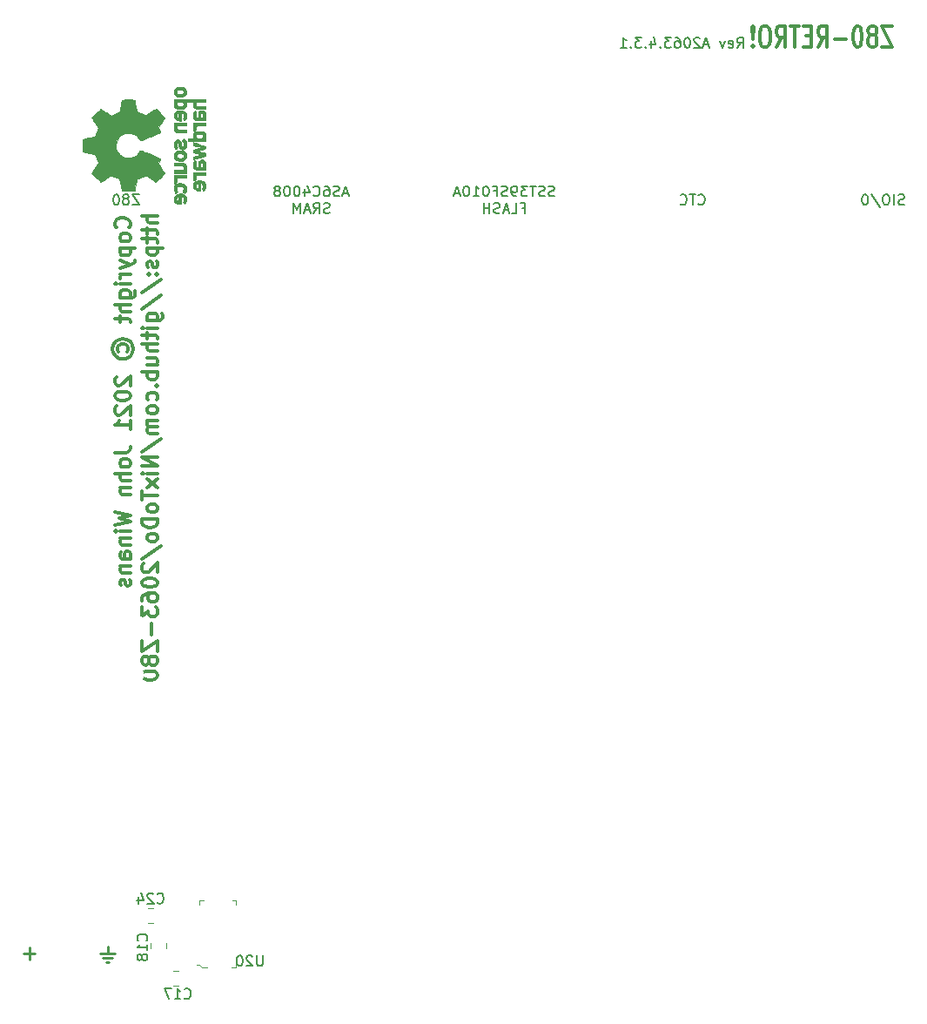
<source format=gbo>
G04 #@! TF.GenerationSoftware,KiCad,Pcbnew,(5.1.4)-1*
G04 #@! TF.CreationDate,2022-11-23T08:34:33+01:00*
G04 #@! TF.ProjectId,2063-Z80,32303633-2d5a-4383-902e-6b696361645f,4.3*
G04 #@! TF.SameCoordinates,Original*
G04 #@! TF.FileFunction,Legend,Bot*
G04 #@! TF.FilePolarity,Positive*
%FSLAX46Y46*%
G04 Gerber Fmt 4.6, Leading zero omitted, Abs format (unit mm)*
G04 Created by KiCad (PCBNEW (5.1.4)-1) date 2022-11-23 08:34:33*
%MOMM*%
%LPD*%
G04 APERTURE LIST*
%ADD10C,0.317500*%
%ADD11C,0.228600*%
%ADD12C,0.150000*%
%ADD13C,0.300000*%
%ADD14C,0.120000*%
%ADD15C,0.010000*%
%ADD16C,0.100000*%
%ADD17O,1.800000X1.800000*%
%ADD18R,1.800000X1.800000*%
%ADD19O,1.500000X1.500000*%
%ADD20C,1.500000*%
%ADD21R,1.700000X1.700000*%
%ADD22O,1.700000X1.700000*%
%ADD23C,1.250000*%
%ADD24C,1.700000*%
%ADD25C,1.275000*%
%ADD26R,1.400000X1.400000*%
%ADD27C,1.400000*%
%ADD28R,2.300000X3.900000*%
%ADD29R,2.300000X1.600000*%
%ADD30C,4.700000*%
%ADD31O,1.800000X2.800000*%
%ADD32O,1.200000X1.750000*%
%ADD33C,1.900000*%
%ADD34R,1.900000X1.900000*%
%ADD35C,2.300000*%
%ADD36R,2.300000X2.300000*%
G04 APERTURE END LIST*
D10*
X191160400Y-50652438D02*
X190144400Y-50652438D01*
X191160400Y-52684438D01*
X190144400Y-52684438D01*
X189346114Y-51523295D02*
X189491257Y-51426533D01*
X189563828Y-51329771D01*
X189636400Y-51136247D01*
X189636400Y-51039485D01*
X189563828Y-50845961D01*
X189491257Y-50749200D01*
X189346114Y-50652438D01*
X189055828Y-50652438D01*
X188910685Y-50749200D01*
X188838114Y-50845961D01*
X188765542Y-51039485D01*
X188765542Y-51136247D01*
X188838114Y-51329771D01*
X188910685Y-51426533D01*
X189055828Y-51523295D01*
X189346114Y-51523295D01*
X189491257Y-51620057D01*
X189563828Y-51716819D01*
X189636400Y-51910342D01*
X189636400Y-52297390D01*
X189563828Y-52490914D01*
X189491257Y-52587676D01*
X189346114Y-52684438D01*
X189055828Y-52684438D01*
X188910685Y-52587676D01*
X188838114Y-52490914D01*
X188765542Y-52297390D01*
X188765542Y-51910342D01*
X188838114Y-51716819D01*
X188910685Y-51620057D01*
X189055828Y-51523295D01*
X187822114Y-50652438D02*
X187676971Y-50652438D01*
X187531828Y-50749200D01*
X187459257Y-50845961D01*
X187386685Y-51039485D01*
X187314114Y-51426533D01*
X187314114Y-51910342D01*
X187386685Y-52297390D01*
X187459257Y-52490914D01*
X187531828Y-52587676D01*
X187676971Y-52684438D01*
X187822114Y-52684438D01*
X187967257Y-52587676D01*
X188039828Y-52490914D01*
X188112400Y-52297390D01*
X188184971Y-51910342D01*
X188184971Y-51426533D01*
X188112400Y-51039485D01*
X188039828Y-50845961D01*
X187967257Y-50749200D01*
X187822114Y-50652438D01*
X186660971Y-51910342D02*
X185499828Y-51910342D01*
X183903257Y-52684438D02*
X184411257Y-51716819D01*
X184774114Y-52684438D02*
X184774114Y-50652438D01*
X184193542Y-50652438D01*
X184048400Y-50749200D01*
X183975828Y-50845961D01*
X183903257Y-51039485D01*
X183903257Y-51329771D01*
X183975828Y-51523295D01*
X184048400Y-51620057D01*
X184193542Y-51716819D01*
X184774114Y-51716819D01*
X183250114Y-51620057D02*
X182742114Y-51620057D01*
X182524400Y-52684438D02*
X183250114Y-52684438D01*
X183250114Y-50652438D01*
X182524400Y-50652438D01*
X182088971Y-50652438D02*
X181218114Y-50652438D01*
X181653542Y-52684438D02*
X181653542Y-50652438D01*
X179839257Y-52684438D02*
X180347257Y-51716819D01*
X180710114Y-52684438D02*
X180710114Y-50652438D01*
X180129542Y-50652438D01*
X179984400Y-50749200D01*
X179911828Y-50845961D01*
X179839257Y-51039485D01*
X179839257Y-51329771D01*
X179911828Y-51523295D01*
X179984400Y-51620057D01*
X180129542Y-51716819D01*
X180710114Y-51716819D01*
X178895828Y-50652438D02*
X178605542Y-50652438D01*
X178460400Y-50749200D01*
X178315257Y-50942723D01*
X178242685Y-51329771D01*
X178242685Y-52007104D01*
X178315257Y-52394152D01*
X178460400Y-52587676D01*
X178605542Y-52684438D01*
X178895828Y-52684438D01*
X179040971Y-52587676D01*
X179186114Y-52394152D01*
X179258685Y-52007104D01*
X179258685Y-51329771D01*
X179186114Y-50942723D01*
X179040971Y-50749200D01*
X178895828Y-50652438D01*
X177589542Y-52490914D02*
X177516971Y-52587676D01*
X177589542Y-52684438D01*
X177662114Y-52587676D01*
X177589542Y-52490914D01*
X177589542Y-52684438D01*
X177589542Y-51910342D02*
X177662114Y-50749200D01*
X177589542Y-50652438D01*
X177516971Y-50749200D01*
X177589542Y-51910342D01*
X177589542Y-50652438D01*
D11*
X107768571Y-140824857D02*
X106607428Y-140824857D01*
X107188000Y-141405428D02*
X107188000Y-140244285D01*
D12*
X176045142Y-52750980D02*
X176378476Y-52274790D01*
X176616571Y-52750980D02*
X176616571Y-51750980D01*
X176235619Y-51750980D01*
X176140380Y-51798600D01*
X176092761Y-51846219D01*
X176045142Y-51941457D01*
X176045142Y-52084314D01*
X176092761Y-52179552D01*
X176140380Y-52227171D01*
X176235619Y-52274790D01*
X176616571Y-52274790D01*
X175235619Y-52703361D02*
X175330857Y-52750980D01*
X175521333Y-52750980D01*
X175616571Y-52703361D01*
X175664190Y-52608123D01*
X175664190Y-52227171D01*
X175616571Y-52131933D01*
X175521333Y-52084314D01*
X175330857Y-52084314D01*
X175235619Y-52131933D01*
X175188000Y-52227171D01*
X175188000Y-52322409D01*
X175664190Y-52417647D01*
X174854666Y-52084314D02*
X174616571Y-52750980D01*
X174378476Y-52084314D01*
X173283238Y-52465266D02*
X172807047Y-52465266D01*
X173378476Y-52750980D02*
X173045142Y-51750980D01*
X172711809Y-52750980D01*
X172426095Y-51846219D02*
X172378476Y-51798600D01*
X172283238Y-51750980D01*
X172045142Y-51750980D01*
X171949904Y-51798600D01*
X171902285Y-51846219D01*
X171854666Y-51941457D01*
X171854666Y-52036695D01*
X171902285Y-52179552D01*
X172473714Y-52750980D01*
X171854666Y-52750980D01*
X171235619Y-51750980D02*
X171140380Y-51750980D01*
X171045142Y-51798600D01*
X170997523Y-51846219D01*
X170949904Y-51941457D01*
X170902285Y-52131933D01*
X170902285Y-52370028D01*
X170949904Y-52560504D01*
X170997523Y-52655742D01*
X171045142Y-52703361D01*
X171140380Y-52750980D01*
X171235619Y-52750980D01*
X171330857Y-52703361D01*
X171378476Y-52655742D01*
X171426095Y-52560504D01*
X171473714Y-52370028D01*
X171473714Y-52131933D01*
X171426095Y-51941457D01*
X171378476Y-51846219D01*
X171330857Y-51798600D01*
X171235619Y-51750980D01*
X170045142Y-51750980D02*
X170235619Y-51750980D01*
X170330857Y-51798600D01*
X170378476Y-51846219D01*
X170473714Y-51989076D01*
X170521333Y-52179552D01*
X170521333Y-52560504D01*
X170473714Y-52655742D01*
X170426095Y-52703361D01*
X170330857Y-52750980D01*
X170140380Y-52750980D01*
X170045142Y-52703361D01*
X169997523Y-52655742D01*
X169949904Y-52560504D01*
X169949904Y-52322409D01*
X169997523Y-52227171D01*
X170045142Y-52179552D01*
X170140380Y-52131933D01*
X170330857Y-52131933D01*
X170426095Y-52179552D01*
X170473714Y-52227171D01*
X170521333Y-52322409D01*
X169616571Y-51750980D02*
X168997523Y-51750980D01*
X169330857Y-52131933D01*
X169188000Y-52131933D01*
X169092761Y-52179552D01*
X169045142Y-52227171D01*
X168997523Y-52322409D01*
X168997523Y-52560504D01*
X169045142Y-52655742D01*
X169092761Y-52703361D01*
X169188000Y-52750980D01*
X169473714Y-52750980D01*
X169568952Y-52703361D01*
X169616571Y-52655742D01*
X168568952Y-52655742D02*
X168521333Y-52703361D01*
X168568952Y-52750980D01*
X168616571Y-52703361D01*
X168568952Y-52655742D01*
X168568952Y-52750980D01*
X167664190Y-52084314D02*
X167664190Y-52750980D01*
X167902285Y-51703361D02*
X168140380Y-52417647D01*
X167521333Y-52417647D01*
X167140380Y-52655742D02*
X167092761Y-52703361D01*
X167140380Y-52750980D01*
X167188000Y-52703361D01*
X167140380Y-52655742D01*
X167140380Y-52750980D01*
X166759428Y-51750980D02*
X166140380Y-51750980D01*
X166473714Y-52131933D01*
X166330857Y-52131933D01*
X166235619Y-52179552D01*
X166188000Y-52227171D01*
X166140380Y-52322409D01*
X166140380Y-52560504D01*
X166188000Y-52655742D01*
X166235619Y-52703361D01*
X166330857Y-52750980D01*
X166616571Y-52750980D01*
X166711809Y-52703361D01*
X166759428Y-52655742D01*
X165711809Y-52655742D02*
X165664190Y-52703361D01*
X165711809Y-52750980D01*
X165759428Y-52703361D01*
X165711809Y-52655742D01*
X165711809Y-52750980D01*
X164711809Y-52750980D02*
X165283238Y-52750980D01*
X164997523Y-52750980D02*
X164997523Y-51750980D01*
X165092761Y-51893838D01*
X165188000Y-51989076D01*
X165283238Y-52036695D01*
D13*
X119677571Y-69132142D02*
X118177571Y-69132142D01*
X119677571Y-69775000D02*
X118891857Y-69775000D01*
X118749000Y-69703571D01*
X118677571Y-69560714D01*
X118677571Y-69346428D01*
X118749000Y-69203571D01*
X118820428Y-69132142D01*
X118677571Y-70275000D02*
X118677571Y-70846428D01*
X118177571Y-70489285D02*
X119463285Y-70489285D01*
X119606142Y-70560714D01*
X119677571Y-70703571D01*
X119677571Y-70846428D01*
X118677571Y-71132142D02*
X118677571Y-71703571D01*
X118177571Y-71346428D02*
X119463285Y-71346428D01*
X119606142Y-71417857D01*
X119677571Y-71560714D01*
X119677571Y-71703571D01*
X118677571Y-72203571D02*
X120177571Y-72203571D01*
X118749000Y-72203571D02*
X118677571Y-72346428D01*
X118677571Y-72632142D01*
X118749000Y-72775000D01*
X118820428Y-72846428D01*
X118963285Y-72917857D01*
X119391857Y-72917857D01*
X119534714Y-72846428D01*
X119606142Y-72775000D01*
X119677571Y-72632142D01*
X119677571Y-72346428D01*
X119606142Y-72203571D01*
X119606142Y-73489285D02*
X119677571Y-73632142D01*
X119677571Y-73917857D01*
X119606142Y-74060714D01*
X119463285Y-74132142D01*
X119391857Y-74132142D01*
X119249000Y-74060714D01*
X119177571Y-73917857D01*
X119177571Y-73703571D01*
X119106142Y-73560714D01*
X118963285Y-73489285D01*
X118891857Y-73489285D01*
X118749000Y-73560714D01*
X118677571Y-73703571D01*
X118677571Y-73917857D01*
X118749000Y-74060714D01*
X119534714Y-74775000D02*
X119606142Y-74846428D01*
X119677571Y-74775000D01*
X119606142Y-74703571D01*
X119534714Y-74775000D01*
X119677571Y-74775000D01*
X118749000Y-74775000D02*
X118820428Y-74846428D01*
X118891857Y-74775000D01*
X118820428Y-74703571D01*
X118749000Y-74775000D01*
X118891857Y-74775000D01*
X118106142Y-76560714D02*
X120034714Y-75275000D01*
X118106142Y-78132142D02*
X120034714Y-76846428D01*
X118677571Y-79275000D02*
X119891857Y-79275000D01*
X120034714Y-79203571D01*
X120106142Y-79132142D01*
X120177571Y-78989285D01*
X120177571Y-78775000D01*
X120106142Y-78632142D01*
X119606142Y-79275000D02*
X119677571Y-79132142D01*
X119677571Y-78846428D01*
X119606142Y-78703571D01*
X119534714Y-78632142D01*
X119391857Y-78560714D01*
X118963285Y-78560714D01*
X118820428Y-78632142D01*
X118749000Y-78703571D01*
X118677571Y-78846428D01*
X118677571Y-79132142D01*
X118749000Y-79275000D01*
X119677571Y-79989285D02*
X118677571Y-79989285D01*
X118177571Y-79989285D02*
X118249000Y-79917857D01*
X118320428Y-79989285D01*
X118249000Y-80060714D01*
X118177571Y-79989285D01*
X118320428Y-79989285D01*
X118677571Y-80489285D02*
X118677571Y-81060714D01*
X118177571Y-80703571D02*
X119463285Y-80703571D01*
X119606142Y-80775000D01*
X119677571Y-80917857D01*
X119677571Y-81060714D01*
X119677571Y-81560714D02*
X118177571Y-81560714D01*
X119677571Y-82203571D02*
X118891857Y-82203571D01*
X118749000Y-82132142D01*
X118677571Y-81989285D01*
X118677571Y-81775000D01*
X118749000Y-81632142D01*
X118820428Y-81560714D01*
X118677571Y-83560714D02*
X119677571Y-83560714D01*
X118677571Y-82917857D02*
X119463285Y-82917857D01*
X119606142Y-82989285D01*
X119677571Y-83132142D01*
X119677571Y-83346428D01*
X119606142Y-83489285D01*
X119534714Y-83560714D01*
X119677571Y-84275000D02*
X118177571Y-84275000D01*
X118749000Y-84275000D02*
X118677571Y-84417857D01*
X118677571Y-84703571D01*
X118749000Y-84846428D01*
X118820428Y-84917857D01*
X118963285Y-84989285D01*
X119391857Y-84989285D01*
X119534714Y-84917857D01*
X119606142Y-84846428D01*
X119677571Y-84703571D01*
X119677571Y-84417857D01*
X119606142Y-84275000D01*
X119534714Y-85632142D02*
X119606142Y-85703571D01*
X119677571Y-85632142D01*
X119606142Y-85560714D01*
X119534714Y-85632142D01*
X119677571Y-85632142D01*
X119606142Y-86989285D02*
X119677571Y-86846428D01*
X119677571Y-86560714D01*
X119606142Y-86417857D01*
X119534714Y-86346428D01*
X119391857Y-86275000D01*
X118963285Y-86275000D01*
X118820428Y-86346428D01*
X118749000Y-86417857D01*
X118677571Y-86560714D01*
X118677571Y-86846428D01*
X118749000Y-86989285D01*
X119677571Y-87846428D02*
X119606142Y-87703571D01*
X119534714Y-87632142D01*
X119391857Y-87560714D01*
X118963285Y-87560714D01*
X118820428Y-87632142D01*
X118749000Y-87703571D01*
X118677571Y-87846428D01*
X118677571Y-88060714D01*
X118749000Y-88203571D01*
X118820428Y-88275000D01*
X118963285Y-88346428D01*
X119391857Y-88346428D01*
X119534714Y-88275000D01*
X119606142Y-88203571D01*
X119677571Y-88060714D01*
X119677571Y-87846428D01*
X119677571Y-88989285D02*
X118677571Y-88989285D01*
X118820428Y-88989285D02*
X118749000Y-89060714D01*
X118677571Y-89203571D01*
X118677571Y-89417857D01*
X118749000Y-89560714D01*
X118891857Y-89632142D01*
X119677571Y-89632142D01*
X118891857Y-89632142D02*
X118749000Y-89703571D01*
X118677571Y-89846428D01*
X118677571Y-90060714D01*
X118749000Y-90203571D01*
X118891857Y-90275000D01*
X119677571Y-90275000D01*
X118106142Y-92060714D02*
X120034714Y-90775000D01*
X119677571Y-92560714D02*
X118177571Y-92560714D01*
X119677571Y-93417857D01*
X118177571Y-93417857D01*
X119677571Y-94132142D02*
X118677571Y-94132142D01*
X118177571Y-94132142D02*
X118249000Y-94060714D01*
X118320428Y-94132142D01*
X118249000Y-94203571D01*
X118177571Y-94132142D01*
X118320428Y-94132142D01*
X119677571Y-94703571D02*
X118677571Y-95489285D01*
X118677571Y-94703571D02*
X119677571Y-95489285D01*
X118177571Y-95846428D02*
X118177571Y-96703571D01*
X119677571Y-96275000D02*
X118177571Y-96275000D01*
X119677571Y-97417857D02*
X119606142Y-97275000D01*
X119534714Y-97203571D01*
X119391857Y-97132142D01*
X118963285Y-97132142D01*
X118820428Y-97203571D01*
X118749000Y-97275000D01*
X118677571Y-97417857D01*
X118677571Y-97632142D01*
X118749000Y-97775000D01*
X118820428Y-97846428D01*
X118963285Y-97917857D01*
X119391857Y-97917857D01*
X119534714Y-97846428D01*
X119606142Y-97775000D01*
X119677571Y-97632142D01*
X119677571Y-97417857D01*
X119677571Y-98560714D02*
X118177571Y-98560714D01*
X118177571Y-98917857D01*
X118249000Y-99132142D01*
X118391857Y-99275000D01*
X118534714Y-99346428D01*
X118820428Y-99417857D01*
X119034714Y-99417857D01*
X119320428Y-99346428D01*
X119463285Y-99275000D01*
X119606142Y-99132142D01*
X119677571Y-98917857D01*
X119677571Y-98560714D01*
X119677571Y-100275000D02*
X119606142Y-100132142D01*
X119534714Y-100060714D01*
X119391857Y-99989285D01*
X118963285Y-99989285D01*
X118820428Y-100060714D01*
X118749000Y-100132142D01*
X118677571Y-100275000D01*
X118677571Y-100489285D01*
X118749000Y-100632142D01*
X118820428Y-100703571D01*
X118963285Y-100775000D01*
X119391857Y-100775000D01*
X119534714Y-100703571D01*
X119606142Y-100632142D01*
X119677571Y-100489285D01*
X119677571Y-100275000D01*
X118106142Y-102489285D02*
X120034714Y-101203571D01*
X118320428Y-102917857D02*
X118249000Y-102989285D01*
X118177571Y-103132142D01*
X118177571Y-103489285D01*
X118249000Y-103632142D01*
X118320428Y-103703571D01*
X118463285Y-103775000D01*
X118606142Y-103775000D01*
X118820428Y-103703571D01*
X119677571Y-102846428D01*
X119677571Y-103775000D01*
X118177571Y-104703571D02*
X118177571Y-104846428D01*
X118249000Y-104989285D01*
X118320428Y-105060714D01*
X118463285Y-105132142D01*
X118749000Y-105203571D01*
X119106142Y-105203571D01*
X119391857Y-105132142D01*
X119534714Y-105060714D01*
X119606142Y-104989285D01*
X119677571Y-104846428D01*
X119677571Y-104703571D01*
X119606142Y-104560714D01*
X119534714Y-104489285D01*
X119391857Y-104417857D01*
X119106142Y-104346428D01*
X118749000Y-104346428D01*
X118463285Y-104417857D01*
X118320428Y-104489285D01*
X118249000Y-104560714D01*
X118177571Y-104703571D01*
X118177571Y-106489285D02*
X118177571Y-106203571D01*
X118249000Y-106060714D01*
X118320428Y-105989285D01*
X118534714Y-105846428D01*
X118820428Y-105775000D01*
X119391857Y-105775000D01*
X119534714Y-105846428D01*
X119606142Y-105917857D01*
X119677571Y-106060714D01*
X119677571Y-106346428D01*
X119606142Y-106489285D01*
X119534714Y-106560714D01*
X119391857Y-106632142D01*
X119034714Y-106632142D01*
X118891857Y-106560714D01*
X118820428Y-106489285D01*
X118749000Y-106346428D01*
X118749000Y-106060714D01*
X118820428Y-105917857D01*
X118891857Y-105846428D01*
X119034714Y-105775000D01*
X118177571Y-107132142D02*
X118177571Y-108060714D01*
X118749000Y-107560714D01*
X118749000Y-107775000D01*
X118820428Y-107917857D01*
X118891857Y-107989285D01*
X119034714Y-108060714D01*
X119391857Y-108060714D01*
X119534714Y-107989285D01*
X119606142Y-107917857D01*
X119677571Y-107775000D01*
X119677571Y-107346428D01*
X119606142Y-107203571D01*
X119534714Y-107132142D01*
X119106142Y-108703571D02*
X119106142Y-109846428D01*
X118177571Y-110417857D02*
X118177571Y-111417857D01*
X119677571Y-110417857D01*
X119677571Y-111417857D01*
X118820428Y-112203571D02*
X118749000Y-112060714D01*
X118677571Y-111989285D01*
X118534714Y-111917857D01*
X118463285Y-111917857D01*
X118320428Y-111989285D01*
X118249000Y-112060714D01*
X118177571Y-112203571D01*
X118177571Y-112489285D01*
X118249000Y-112632142D01*
X118320428Y-112703571D01*
X118463285Y-112775000D01*
X118534714Y-112775000D01*
X118677571Y-112703571D01*
X118749000Y-112632142D01*
X118820428Y-112489285D01*
X118820428Y-112203571D01*
X118891857Y-112060714D01*
X118963285Y-111989285D01*
X119106142Y-111917857D01*
X119391857Y-111917857D01*
X119534714Y-111989285D01*
X119606142Y-112060714D01*
X119677571Y-112203571D01*
X119677571Y-112489285D01*
X119606142Y-112632142D01*
X119534714Y-112703571D01*
X119391857Y-112775000D01*
X119106142Y-112775000D01*
X118963285Y-112703571D01*
X118891857Y-112632142D01*
X118820428Y-112489285D01*
X118177571Y-113703571D02*
X118177571Y-113846428D01*
X118249000Y-113989285D01*
X118320428Y-114060714D01*
X118463285Y-114132142D01*
X118749000Y-114203571D01*
X119106142Y-114203571D01*
X119391857Y-114132142D01*
X119534714Y-114060714D01*
X119606142Y-113989285D01*
X119677571Y-113846428D01*
X119677571Y-113703571D01*
X119606142Y-113560714D01*
X119534714Y-113489285D01*
X119391857Y-113417857D01*
X119106142Y-113346428D01*
X118749000Y-113346428D01*
X118463285Y-113417857D01*
X118320428Y-113489285D01*
X118249000Y-113560714D01*
X118177571Y-113703571D01*
X116867714Y-70243285D02*
X116939142Y-70171857D01*
X117010571Y-69957571D01*
X117010571Y-69814714D01*
X116939142Y-69600428D01*
X116796285Y-69457571D01*
X116653428Y-69386142D01*
X116367714Y-69314714D01*
X116153428Y-69314714D01*
X115867714Y-69386142D01*
X115724857Y-69457571D01*
X115582000Y-69600428D01*
X115510571Y-69814714D01*
X115510571Y-69957571D01*
X115582000Y-70171857D01*
X115653428Y-70243285D01*
X117010571Y-71100428D02*
X116939142Y-70957571D01*
X116867714Y-70886142D01*
X116724857Y-70814714D01*
X116296285Y-70814714D01*
X116153428Y-70886142D01*
X116082000Y-70957571D01*
X116010571Y-71100428D01*
X116010571Y-71314714D01*
X116082000Y-71457571D01*
X116153428Y-71529000D01*
X116296285Y-71600428D01*
X116724857Y-71600428D01*
X116867714Y-71529000D01*
X116939142Y-71457571D01*
X117010571Y-71314714D01*
X117010571Y-71100428D01*
X116010571Y-72243285D02*
X117510571Y-72243285D01*
X116082000Y-72243285D02*
X116010571Y-72386142D01*
X116010571Y-72671857D01*
X116082000Y-72814714D01*
X116153428Y-72886142D01*
X116296285Y-72957571D01*
X116724857Y-72957571D01*
X116867714Y-72886142D01*
X116939142Y-72814714D01*
X117010571Y-72671857D01*
X117010571Y-72386142D01*
X116939142Y-72243285D01*
X116010571Y-73457571D02*
X117010571Y-73814714D01*
X116010571Y-74171857D02*
X117010571Y-73814714D01*
X117367714Y-73671857D01*
X117439142Y-73600428D01*
X117510571Y-73457571D01*
X117010571Y-74743285D02*
X116010571Y-74743285D01*
X116296285Y-74743285D02*
X116153428Y-74814714D01*
X116082000Y-74886142D01*
X116010571Y-75029000D01*
X116010571Y-75171857D01*
X117010571Y-75671857D02*
X116010571Y-75671857D01*
X115510571Y-75671857D02*
X115582000Y-75600428D01*
X115653428Y-75671857D01*
X115582000Y-75743285D01*
X115510571Y-75671857D01*
X115653428Y-75671857D01*
X116010571Y-77029000D02*
X117224857Y-77029000D01*
X117367714Y-76957571D01*
X117439142Y-76886142D01*
X117510571Y-76743285D01*
X117510571Y-76529000D01*
X117439142Y-76386142D01*
X116939142Y-77029000D02*
X117010571Y-76886142D01*
X117010571Y-76600428D01*
X116939142Y-76457571D01*
X116867714Y-76386142D01*
X116724857Y-76314714D01*
X116296285Y-76314714D01*
X116153428Y-76386142D01*
X116082000Y-76457571D01*
X116010571Y-76600428D01*
X116010571Y-76886142D01*
X116082000Y-77029000D01*
X117010571Y-77743285D02*
X115510571Y-77743285D01*
X117010571Y-78386142D02*
X116224857Y-78386142D01*
X116082000Y-78314714D01*
X116010571Y-78171857D01*
X116010571Y-77957571D01*
X116082000Y-77814714D01*
X116153428Y-77743285D01*
X116010571Y-78886142D02*
X116010571Y-79457571D01*
X115510571Y-79100428D02*
X116796285Y-79100428D01*
X116939142Y-79171857D01*
X117010571Y-79314714D01*
X117010571Y-79457571D01*
X115867714Y-82314714D02*
X115796285Y-82171857D01*
X115796285Y-81886142D01*
X115867714Y-81743285D01*
X116010571Y-81600428D01*
X116153428Y-81529000D01*
X116439142Y-81529000D01*
X116582000Y-81600428D01*
X116724857Y-81743285D01*
X116796285Y-81886142D01*
X116796285Y-82171857D01*
X116724857Y-82314714D01*
X115296285Y-82029000D02*
X115367714Y-81671857D01*
X115582000Y-81314714D01*
X115939142Y-81100428D01*
X116296285Y-81029000D01*
X116653428Y-81100428D01*
X117010571Y-81314714D01*
X117224857Y-81671857D01*
X117296285Y-82029000D01*
X117224857Y-82386142D01*
X117010571Y-82743285D01*
X116653428Y-82957571D01*
X116296285Y-83029000D01*
X115939142Y-82957571D01*
X115582000Y-82743285D01*
X115367714Y-82386142D01*
X115296285Y-82029000D01*
X115653428Y-84743285D02*
X115582000Y-84814714D01*
X115510571Y-84957571D01*
X115510571Y-85314714D01*
X115582000Y-85457571D01*
X115653428Y-85529000D01*
X115796285Y-85600428D01*
X115939142Y-85600428D01*
X116153428Y-85529000D01*
X117010571Y-84671857D01*
X117010571Y-85600428D01*
X115510571Y-86529000D02*
X115510571Y-86671857D01*
X115582000Y-86814714D01*
X115653428Y-86886142D01*
X115796285Y-86957571D01*
X116082000Y-87029000D01*
X116439142Y-87029000D01*
X116724857Y-86957571D01*
X116867714Y-86886142D01*
X116939142Y-86814714D01*
X117010571Y-86671857D01*
X117010571Y-86529000D01*
X116939142Y-86386142D01*
X116867714Y-86314714D01*
X116724857Y-86243285D01*
X116439142Y-86171857D01*
X116082000Y-86171857D01*
X115796285Y-86243285D01*
X115653428Y-86314714D01*
X115582000Y-86386142D01*
X115510571Y-86529000D01*
X115653428Y-87600428D02*
X115582000Y-87671857D01*
X115510571Y-87814714D01*
X115510571Y-88171857D01*
X115582000Y-88314714D01*
X115653428Y-88386142D01*
X115796285Y-88457571D01*
X115939142Y-88457571D01*
X116153428Y-88386142D01*
X117010571Y-87529000D01*
X117010571Y-88457571D01*
X117010571Y-89886142D02*
X117010571Y-89029000D01*
X117010571Y-89457571D02*
X115510571Y-89457571D01*
X115724857Y-89314714D01*
X115867714Y-89171857D01*
X115939142Y-89029000D01*
X115510571Y-92100428D02*
X116582000Y-92100428D01*
X116796285Y-92029000D01*
X116939142Y-91886142D01*
X117010571Y-91671857D01*
X117010571Y-91529000D01*
X117010571Y-93029000D02*
X116939142Y-92886142D01*
X116867714Y-92814714D01*
X116724857Y-92743285D01*
X116296285Y-92743285D01*
X116153428Y-92814714D01*
X116082000Y-92886142D01*
X116010571Y-93029000D01*
X116010571Y-93243285D01*
X116082000Y-93386142D01*
X116153428Y-93457571D01*
X116296285Y-93529000D01*
X116724857Y-93529000D01*
X116867714Y-93457571D01*
X116939142Y-93386142D01*
X117010571Y-93243285D01*
X117010571Y-93029000D01*
X117010571Y-94171857D02*
X115510571Y-94171857D01*
X117010571Y-94814714D02*
X116224857Y-94814714D01*
X116082000Y-94743285D01*
X116010571Y-94600428D01*
X116010571Y-94386142D01*
X116082000Y-94243285D01*
X116153428Y-94171857D01*
X116010571Y-95529000D02*
X117010571Y-95529000D01*
X116153428Y-95529000D02*
X116082000Y-95600428D01*
X116010571Y-95743285D01*
X116010571Y-95957571D01*
X116082000Y-96100428D01*
X116224857Y-96171857D01*
X117010571Y-96171857D01*
X115510571Y-97886142D02*
X117010571Y-98243285D01*
X115939142Y-98529000D01*
X117010571Y-98814714D01*
X115510571Y-99171857D01*
X117010571Y-99743285D02*
X116010571Y-99743285D01*
X115510571Y-99743285D02*
X115582000Y-99671857D01*
X115653428Y-99743285D01*
X115582000Y-99814714D01*
X115510571Y-99743285D01*
X115653428Y-99743285D01*
X116010571Y-100457571D02*
X117010571Y-100457571D01*
X116153428Y-100457571D02*
X116082000Y-100529000D01*
X116010571Y-100671857D01*
X116010571Y-100886142D01*
X116082000Y-101029000D01*
X116224857Y-101100428D01*
X117010571Y-101100428D01*
X117010571Y-102457571D02*
X116224857Y-102457571D01*
X116082000Y-102386142D01*
X116010571Y-102243285D01*
X116010571Y-101957571D01*
X116082000Y-101814714D01*
X116939142Y-102457571D02*
X117010571Y-102314714D01*
X117010571Y-101957571D01*
X116939142Y-101814714D01*
X116796285Y-101743285D01*
X116653428Y-101743285D01*
X116510571Y-101814714D01*
X116439142Y-101957571D01*
X116439142Y-102314714D01*
X116367714Y-102457571D01*
X116010571Y-103171857D02*
X117010571Y-103171857D01*
X116153428Y-103171857D02*
X116082000Y-103243285D01*
X116010571Y-103386142D01*
X116010571Y-103600428D01*
X116082000Y-103743285D01*
X116224857Y-103814714D01*
X117010571Y-103814714D01*
X116939142Y-104457571D02*
X117010571Y-104600428D01*
X117010571Y-104886142D01*
X116939142Y-105029000D01*
X116796285Y-105100428D01*
X116724857Y-105100428D01*
X116582000Y-105029000D01*
X116510571Y-104886142D01*
X116510571Y-104671857D01*
X116439142Y-104529000D01*
X116296285Y-104457571D01*
X116224857Y-104457571D01*
X116082000Y-104529000D01*
X116010571Y-104671857D01*
X116010571Y-104886142D01*
X116082000Y-105029000D01*
D12*
X192293619Y-67968761D02*
X192150761Y-68016380D01*
X191912666Y-68016380D01*
X191817428Y-67968761D01*
X191769809Y-67921142D01*
X191722190Y-67825904D01*
X191722190Y-67730666D01*
X191769809Y-67635428D01*
X191817428Y-67587809D01*
X191912666Y-67540190D01*
X192103142Y-67492571D01*
X192198380Y-67444952D01*
X192246000Y-67397333D01*
X192293619Y-67302095D01*
X192293619Y-67206857D01*
X192246000Y-67111619D01*
X192198380Y-67064000D01*
X192103142Y-67016380D01*
X191865047Y-67016380D01*
X191722190Y-67064000D01*
X191293619Y-68016380D02*
X191293619Y-67016380D01*
X190626952Y-67016380D02*
X190436476Y-67016380D01*
X190341238Y-67064000D01*
X190246000Y-67159238D01*
X190198380Y-67349714D01*
X190198380Y-67683047D01*
X190246000Y-67873523D01*
X190341238Y-67968761D01*
X190436476Y-68016380D01*
X190626952Y-68016380D01*
X190722190Y-67968761D01*
X190817428Y-67873523D01*
X190865047Y-67683047D01*
X190865047Y-67349714D01*
X190817428Y-67159238D01*
X190722190Y-67064000D01*
X190626952Y-67016380D01*
X189055523Y-66968761D02*
X189912666Y-68254476D01*
X188531714Y-67016380D02*
X188436476Y-67016380D01*
X188341238Y-67064000D01*
X188293619Y-67111619D01*
X188246000Y-67206857D01*
X188198380Y-67397333D01*
X188198380Y-67635428D01*
X188246000Y-67825904D01*
X188293619Y-67921142D01*
X188341238Y-67968761D01*
X188436476Y-68016380D01*
X188531714Y-68016380D01*
X188626952Y-67968761D01*
X188674571Y-67921142D01*
X188722190Y-67825904D01*
X188769809Y-67635428D01*
X188769809Y-67397333D01*
X188722190Y-67206857D01*
X188674571Y-67111619D01*
X188626952Y-67064000D01*
X188531714Y-67016380D01*
X172275428Y-67921142D02*
X172323047Y-67968761D01*
X172465904Y-68016380D01*
X172561142Y-68016380D01*
X172704000Y-67968761D01*
X172799238Y-67873523D01*
X172846857Y-67778285D01*
X172894476Y-67587809D01*
X172894476Y-67444952D01*
X172846857Y-67254476D01*
X172799238Y-67159238D01*
X172704000Y-67064000D01*
X172561142Y-67016380D01*
X172465904Y-67016380D01*
X172323047Y-67064000D01*
X172275428Y-67111619D01*
X171989714Y-67016380D02*
X171418285Y-67016380D01*
X171704000Y-68016380D02*
X171704000Y-67016380D01*
X170513523Y-67921142D02*
X170561142Y-67968761D01*
X170704000Y-68016380D01*
X170799238Y-68016380D01*
X170942095Y-67968761D01*
X171037333Y-67873523D01*
X171084952Y-67778285D01*
X171132571Y-67587809D01*
X171132571Y-67444952D01*
X171084952Y-67254476D01*
X171037333Y-67159238D01*
X170942095Y-67064000D01*
X170799238Y-67016380D01*
X170704000Y-67016380D01*
X170561142Y-67064000D01*
X170513523Y-67111619D01*
X158273142Y-67143761D02*
X158130285Y-67191380D01*
X157892190Y-67191380D01*
X157796952Y-67143761D01*
X157749333Y-67096142D01*
X157701714Y-67000904D01*
X157701714Y-66905666D01*
X157749333Y-66810428D01*
X157796952Y-66762809D01*
X157892190Y-66715190D01*
X158082666Y-66667571D01*
X158177904Y-66619952D01*
X158225523Y-66572333D01*
X158273142Y-66477095D01*
X158273142Y-66381857D01*
X158225523Y-66286619D01*
X158177904Y-66239000D01*
X158082666Y-66191380D01*
X157844571Y-66191380D01*
X157701714Y-66239000D01*
X157320761Y-67143761D02*
X157177904Y-67191380D01*
X156939809Y-67191380D01*
X156844571Y-67143761D01*
X156796952Y-67096142D01*
X156749333Y-67000904D01*
X156749333Y-66905666D01*
X156796952Y-66810428D01*
X156844571Y-66762809D01*
X156939809Y-66715190D01*
X157130285Y-66667571D01*
X157225523Y-66619952D01*
X157273142Y-66572333D01*
X157320761Y-66477095D01*
X157320761Y-66381857D01*
X157273142Y-66286619D01*
X157225523Y-66239000D01*
X157130285Y-66191380D01*
X156892190Y-66191380D01*
X156749333Y-66239000D01*
X156463619Y-66191380D02*
X155892190Y-66191380D01*
X156177904Y-67191380D02*
X156177904Y-66191380D01*
X155654095Y-66191380D02*
X155035047Y-66191380D01*
X155368380Y-66572333D01*
X155225523Y-66572333D01*
X155130285Y-66619952D01*
X155082666Y-66667571D01*
X155035047Y-66762809D01*
X155035047Y-67000904D01*
X155082666Y-67096142D01*
X155130285Y-67143761D01*
X155225523Y-67191380D01*
X155511238Y-67191380D01*
X155606476Y-67143761D01*
X155654095Y-67096142D01*
X154558857Y-67191380D02*
X154368380Y-67191380D01*
X154273142Y-67143761D01*
X154225523Y-67096142D01*
X154130285Y-66953285D01*
X154082666Y-66762809D01*
X154082666Y-66381857D01*
X154130285Y-66286619D01*
X154177904Y-66239000D01*
X154273142Y-66191380D01*
X154463619Y-66191380D01*
X154558857Y-66239000D01*
X154606476Y-66286619D01*
X154654095Y-66381857D01*
X154654095Y-66619952D01*
X154606476Y-66715190D01*
X154558857Y-66762809D01*
X154463619Y-66810428D01*
X154273142Y-66810428D01*
X154177904Y-66762809D01*
X154130285Y-66715190D01*
X154082666Y-66619952D01*
X153701714Y-67143761D02*
X153558857Y-67191380D01*
X153320761Y-67191380D01*
X153225523Y-67143761D01*
X153177904Y-67096142D01*
X153130285Y-67000904D01*
X153130285Y-66905666D01*
X153177904Y-66810428D01*
X153225523Y-66762809D01*
X153320761Y-66715190D01*
X153511238Y-66667571D01*
X153606476Y-66619952D01*
X153654095Y-66572333D01*
X153701714Y-66477095D01*
X153701714Y-66381857D01*
X153654095Y-66286619D01*
X153606476Y-66239000D01*
X153511238Y-66191380D01*
X153273142Y-66191380D01*
X153130285Y-66239000D01*
X152368380Y-66667571D02*
X152701714Y-66667571D01*
X152701714Y-67191380D02*
X152701714Y-66191380D01*
X152225523Y-66191380D01*
X151654095Y-66191380D02*
X151558857Y-66191380D01*
X151463619Y-66239000D01*
X151416000Y-66286619D01*
X151368380Y-66381857D01*
X151320761Y-66572333D01*
X151320761Y-66810428D01*
X151368380Y-67000904D01*
X151416000Y-67096142D01*
X151463619Y-67143761D01*
X151558857Y-67191380D01*
X151654095Y-67191380D01*
X151749333Y-67143761D01*
X151796952Y-67096142D01*
X151844571Y-67000904D01*
X151892190Y-66810428D01*
X151892190Y-66572333D01*
X151844571Y-66381857D01*
X151796952Y-66286619D01*
X151749333Y-66239000D01*
X151654095Y-66191380D01*
X150368380Y-67191380D02*
X150939809Y-67191380D01*
X150654095Y-67191380D02*
X150654095Y-66191380D01*
X150749333Y-66334238D01*
X150844571Y-66429476D01*
X150939809Y-66477095D01*
X149749333Y-66191380D02*
X149654095Y-66191380D01*
X149558857Y-66239000D01*
X149511238Y-66286619D01*
X149463619Y-66381857D01*
X149416000Y-66572333D01*
X149416000Y-66810428D01*
X149463619Y-67000904D01*
X149511238Y-67096142D01*
X149558857Y-67143761D01*
X149654095Y-67191380D01*
X149749333Y-67191380D01*
X149844571Y-67143761D01*
X149892190Y-67096142D01*
X149939809Y-67000904D01*
X149987428Y-66810428D01*
X149987428Y-66572333D01*
X149939809Y-66381857D01*
X149892190Y-66286619D01*
X149844571Y-66239000D01*
X149749333Y-66191380D01*
X149035047Y-66905666D02*
X148558857Y-66905666D01*
X149130285Y-67191380D02*
X148796952Y-66191380D01*
X148463619Y-67191380D01*
X155106476Y-68317571D02*
X155439809Y-68317571D01*
X155439809Y-68841380D02*
X155439809Y-67841380D01*
X154963619Y-67841380D01*
X154106476Y-68841380D02*
X154582666Y-68841380D01*
X154582666Y-67841380D01*
X153820761Y-68555666D02*
X153344571Y-68555666D01*
X153916000Y-68841380D02*
X153582666Y-67841380D01*
X153249333Y-68841380D01*
X152963619Y-68793761D02*
X152820761Y-68841380D01*
X152582666Y-68841380D01*
X152487428Y-68793761D01*
X152439809Y-68746142D01*
X152392190Y-68650904D01*
X152392190Y-68555666D01*
X152439809Y-68460428D01*
X152487428Y-68412809D01*
X152582666Y-68365190D01*
X152773142Y-68317571D01*
X152868380Y-68269952D01*
X152916000Y-68222333D01*
X152963619Y-68127095D01*
X152963619Y-68031857D01*
X152916000Y-67936619D01*
X152868380Y-67889000D01*
X152773142Y-67841380D01*
X152535047Y-67841380D01*
X152392190Y-67889000D01*
X151963619Y-68841380D02*
X151963619Y-67841380D01*
X151963619Y-68317571D02*
X151392190Y-68317571D01*
X151392190Y-68841380D02*
X151392190Y-67841380D01*
X138215238Y-66905666D02*
X137739047Y-66905666D01*
X138310476Y-67191380D02*
X137977142Y-66191380D01*
X137643809Y-67191380D01*
X137358095Y-67143761D02*
X137215238Y-67191380D01*
X136977142Y-67191380D01*
X136881904Y-67143761D01*
X136834285Y-67096142D01*
X136786666Y-67000904D01*
X136786666Y-66905666D01*
X136834285Y-66810428D01*
X136881904Y-66762809D01*
X136977142Y-66715190D01*
X137167619Y-66667571D01*
X137262857Y-66619952D01*
X137310476Y-66572333D01*
X137358095Y-66477095D01*
X137358095Y-66381857D01*
X137310476Y-66286619D01*
X137262857Y-66239000D01*
X137167619Y-66191380D01*
X136929523Y-66191380D01*
X136786666Y-66239000D01*
X135929523Y-66191380D02*
X136120000Y-66191380D01*
X136215238Y-66239000D01*
X136262857Y-66286619D01*
X136358095Y-66429476D01*
X136405714Y-66619952D01*
X136405714Y-67000904D01*
X136358095Y-67096142D01*
X136310476Y-67143761D01*
X136215238Y-67191380D01*
X136024761Y-67191380D01*
X135929523Y-67143761D01*
X135881904Y-67096142D01*
X135834285Y-67000904D01*
X135834285Y-66762809D01*
X135881904Y-66667571D01*
X135929523Y-66619952D01*
X136024761Y-66572333D01*
X136215238Y-66572333D01*
X136310476Y-66619952D01*
X136358095Y-66667571D01*
X136405714Y-66762809D01*
X134834285Y-67096142D02*
X134881904Y-67143761D01*
X135024761Y-67191380D01*
X135120000Y-67191380D01*
X135262857Y-67143761D01*
X135358095Y-67048523D01*
X135405714Y-66953285D01*
X135453333Y-66762809D01*
X135453333Y-66619952D01*
X135405714Y-66429476D01*
X135358095Y-66334238D01*
X135262857Y-66239000D01*
X135120000Y-66191380D01*
X135024761Y-66191380D01*
X134881904Y-66239000D01*
X134834285Y-66286619D01*
X133977142Y-66524714D02*
X133977142Y-67191380D01*
X134215238Y-66143761D02*
X134453333Y-66858047D01*
X133834285Y-66858047D01*
X133262857Y-66191380D02*
X133167619Y-66191380D01*
X133072380Y-66239000D01*
X133024761Y-66286619D01*
X132977142Y-66381857D01*
X132929523Y-66572333D01*
X132929523Y-66810428D01*
X132977142Y-67000904D01*
X133024761Y-67096142D01*
X133072380Y-67143761D01*
X133167619Y-67191380D01*
X133262857Y-67191380D01*
X133358095Y-67143761D01*
X133405714Y-67096142D01*
X133453333Y-67000904D01*
X133500952Y-66810428D01*
X133500952Y-66572333D01*
X133453333Y-66381857D01*
X133405714Y-66286619D01*
X133358095Y-66239000D01*
X133262857Y-66191380D01*
X132310476Y-66191380D02*
X132215238Y-66191380D01*
X132120000Y-66239000D01*
X132072380Y-66286619D01*
X132024761Y-66381857D01*
X131977142Y-66572333D01*
X131977142Y-66810428D01*
X132024761Y-67000904D01*
X132072380Y-67096142D01*
X132120000Y-67143761D01*
X132215238Y-67191380D01*
X132310476Y-67191380D01*
X132405714Y-67143761D01*
X132453333Y-67096142D01*
X132500952Y-67000904D01*
X132548571Y-66810428D01*
X132548571Y-66572333D01*
X132500952Y-66381857D01*
X132453333Y-66286619D01*
X132405714Y-66239000D01*
X132310476Y-66191380D01*
X131405714Y-66619952D02*
X131500952Y-66572333D01*
X131548571Y-66524714D01*
X131596190Y-66429476D01*
X131596190Y-66381857D01*
X131548571Y-66286619D01*
X131500952Y-66239000D01*
X131405714Y-66191380D01*
X131215238Y-66191380D01*
X131120000Y-66239000D01*
X131072380Y-66286619D01*
X131024761Y-66381857D01*
X131024761Y-66429476D01*
X131072380Y-66524714D01*
X131120000Y-66572333D01*
X131215238Y-66619952D01*
X131405714Y-66619952D01*
X131500952Y-66667571D01*
X131548571Y-66715190D01*
X131596190Y-66810428D01*
X131596190Y-67000904D01*
X131548571Y-67096142D01*
X131500952Y-67143761D01*
X131405714Y-67191380D01*
X131215238Y-67191380D01*
X131120000Y-67143761D01*
X131072380Y-67096142D01*
X131024761Y-67000904D01*
X131024761Y-66810428D01*
X131072380Y-66715190D01*
X131120000Y-66667571D01*
X131215238Y-66619952D01*
X136405714Y-68793761D02*
X136262857Y-68841380D01*
X136024761Y-68841380D01*
X135929523Y-68793761D01*
X135881904Y-68746142D01*
X135834285Y-68650904D01*
X135834285Y-68555666D01*
X135881904Y-68460428D01*
X135929523Y-68412809D01*
X136024761Y-68365190D01*
X136215238Y-68317571D01*
X136310476Y-68269952D01*
X136358095Y-68222333D01*
X136405714Y-68127095D01*
X136405714Y-68031857D01*
X136358095Y-67936619D01*
X136310476Y-67889000D01*
X136215238Y-67841380D01*
X135977142Y-67841380D01*
X135834285Y-67889000D01*
X134834285Y-68841380D02*
X135167619Y-68365190D01*
X135405714Y-68841380D02*
X135405714Y-67841380D01*
X135024761Y-67841380D01*
X134929523Y-67889000D01*
X134881904Y-67936619D01*
X134834285Y-68031857D01*
X134834285Y-68174714D01*
X134881904Y-68269952D01*
X134929523Y-68317571D01*
X135024761Y-68365190D01*
X135405714Y-68365190D01*
X134453333Y-68555666D02*
X133977142Y-68555666D01*
X134548571Y-68841380D02*
X134215238Y-67841380D01*
X133881904Y-68841380D01*
X133548571Y-68841380D02*
X133548571Y-67841380D01*
X133215238Y-68555666D01*
X132881904Y-67841380D01*
X132881904Y-68841380D01*
X117871714Y-67016380D02*
X117205047Y-67016380D01*
X117871714Y-68016380D01*
X117205047Y-68016380D01*
X116681238Y-67444952D02*
X116776476Y-67397333D01*
X116824095Y-67349714D01*
X116871714Y-67254476D01*
X116871714Y-67206857D01*
X116824095Y-67111619D01*
X116776476Y-67064000D01*
X116681238Y-67016380D01*
X116490761Y-67016380D01*
X116395523Y-67064000D01*
X116347904Y-67111619D01*
X116300285Y-67206857D01*
X116300285Y-67254476D01*
X116347904Y-67349714D01*
X116395523Y-67397333D01*
X116490761Y-67444952D01*
X116681238Y-67444952D01*
X116776476Y-67492571D01*
X116824095Y-67540190D01*
X116871714Y-67635428D01*
X116871714Y-67825904D01*
X116824095Y-67921142D01*
X116776476Y-67968761D01*
X116681238Y-68016380D01*
X116490761Y-68016380D01*
X116395523Y-67968761D01*
X116347904Y-67921142D01*
X116300285Y-67825904D01*
X116300285Y-67635428D01*
X116347904Y-67540190D01*
X116395523Y-67492571D01*
X116490761Y-67444952D01*
X115681238Y-67016380D02*
X115586000Y-67016380D01*
X115490761Y-67064000D01*
X115443142Y-67111619D01*
X115395523Y-67206857D01*
X115347904Y-67397333D01*
X115347904Y-67635428D01*
X115395523Y-67825904D01*
X115443142Y-67921142D01*
X115490761Y-67968761D01*
X115586000Y-68016380D01*
X115681238Y-68016380D01*
X115776476Y-67968761D01*
X115824095Y-67921142D01*
X115871714Y-67825904D01*
X115919333Y-67635428D01*
X115919333Y-67397333D01*
X115871714Y-67206857D01*
X115824095Y-67111619D01*
X115776476Y-67064000D01*
X115681238Y-67016380D01*
D11*
X115533714Y-140788571D02*
X114082285Y-140788571D01*
X115243428Y-141224000D02*
X114372571Y-141224000D01*
X114808000Y-140135428D02*
X114808000Y-140788571D01*
X114662857Y-141659428D02*
X114953142Y-141659428D01*
D14*
X119251252Y-136450000D02*
X118728748Y-136450000D01*
X119251252Y-137870000D02*
X118728748Y-137870000D01*
X119026000Y-139819748D02*
X119026000Y-140342252D01*
X120496000Y-139819748D02*
X120496000Y-140342252D01*
X121698652Y-142495600D02*
X121176148Y-142495600D01*
X121698652Y-143965600D02*
X121176148Y-143965600D01*
D15*
G36*
X112997172Y-62976535D02*
G01*
X113594363Y-63089117D01*
X113765610Y-63504531D01*
X113936857Y-63919944D01*
X113597978Y-64418302D01*
X113503622Y-64557868D01*
X113419375Y-64684028D01*
X113349083Y-64790895D01*
X113296592Y-64872582D01*
X113265749Y-64923201D01*
X113259098Y-64936986D01*
X113276203Y-64961820D01*
X113323489Y-65014888D01*
X113394917Y-65090240D01*
X113484445Y-65181929D01*
X113586034Y-65284007D01*
X113693643Y-65390526D01*
X113801232Y-65495536D01*
X113902760Y-65593091D01*
X113992186Y-65677242D01*
X114063471Y-65742040D01*
X114110573Y-65781538D01*
X114126337Y-65790980D01*
X114155398Y-65777391D01*
X114219066Y-65739293D01*
X114311112Y-65680694D01*
X114425309Y-65605597D01*
X114555429Y-65518009D01*
X114629646Y-65467254D01*
X114765167Y-65374745D01*
X114887461Y-65292540D01*
X114990440Y-65224630D01*
X115068018Y-65175000D01*
X115114106Y-65147640D01*
X115123792Y-65143529D01*
X115151319Y-65152849D01*
X115215473Y-65178254D01*
X115307235Y-65215911D01*
X115417584Y-65261986D01*
X115537500Y-65312646D01*
X115657964Y-65364059D01*
X115769954Y-65412389D01*
X115864452Y-65453806D01*
X115932437Y-65484474D01*
X115964888Y-65500562D01*
X115966165Y-65501511D01*
X115972362Y-65526772D01*
X115986185Y-65594046D01*
X116006277Y-65696360D01*
X116031279Y-65826741D01*
X116059831Y-65978216D01*
X116076296Y-66066594D01*
X116107114Y-66228452D01*
X116136439Y-66374649D01*
X116162666Y-66497787D01*
X116184191Y-66590469D01*
X116199410Y-66645301D01*
X116204238Y-66656323D01*
X116236919Y-66667119D01*
X116310730Y-66675829D01*
X116417037Y-66682460D01*
X116547212Y-66687018D01*
X116692621Y-66689509D01*
X116844635Y-66689938D01*
X116994622Y-66688311D01*
X117133951Y-66684635D01*
X117253990Y-66678915D01*
X117346110Y-66671158D01*
X117401677Y-66661368D01*
X117413245Y-66655496D01*
X117427110Y-66620399D01*
X117446933Y-66546028D01*
X117470384Y-66442223D01*
X117495136Y-66318819D01*
X117503143Y-66275741D01*
X117541186Y-66068047D01*
X117571824Y-65903984D01*
X117596274Y-65778130D01*
X117615754Y-65685065D01*
X117631481Y-65619367D01*
X117644673Y-65575617D01*
X117656549Y-65548392D01*
X117668325Y-65532272D01*
X117670653Y-65530017D01*
X117708145Y-65507503D01*
X117781110Y-65473158D01*
X117880612Y-65430411D01*
X117997718Y-65382692D01*
X118123493Y-65333430D01*
X118249002Y-65286055D01*
X118365310Y-65243995D01*
X118463484Y-65210680D01*
X118534588Y-65189541D01*
X118569687Y-65184005D01*
X118570917Y-65184466D01*
X118599606Y-65203223D01*
X118662730Y-65245776D01*
X118753718Y-65307653D01*
X118866000Y-65384382D01*
X118993005Y-65471491D01*
X119029098Y-65496299D01*
X119159948Y-65584753D01*
X119279336Y-65662588D01*
X119380407Y-65725566D01*
X119456304Y-65769445D01*
X119500172Y-65789985D01*
X119505562Y-65790980D01*
X119533889Y-65773722D01*
X119590006Y-65726036D01*
X119667882Y-65654050D01*
X119761485Y-65563897D01*
X119864786Y-65461705D01*
X119971751Y-65353606D01*
X120076351Y-65245728D01*
X120172554Y-65144204D01*
X120254329Y-65055162D01*
X120315645Y-64984733D01*
X120350471Y-64939047D01*
X120356157Y-64926409D01*
X120342765Y-64896991D01*
X120306644Y-64836761D01*
X120253881Y-64755530D01*
X120211412Y-64693030D01*
X120133485Y-64579785D01*
X120041729Y-64445674D01*
X119950120Y-64311155D01*
X119901091Y-64238833D01*
X119735515Y-63994038D01*
X119846620Y-63788551D01*
X119895293Y-63694936D01*
X119933126Y-63615330D01*
X119954703Y-63561467D01*
X119957706Y-63547757D01*
X119935538Y-63531270D01*
X119872894Y-63498745D01*
X119775554Y-63452609D01*
X119649294Y-63395290D01*
X119499895Y-63329216D01*
X119333133Y-63256815D01*
X119154787Y-63180516D01*
X118970636Y-63102746D01*
X118786457Y-63025934D01*
X118608030Y-62952506D01*
X118441132Y-62884892D01*
X118291542Y-62825520D01*
X118165038Y-62776816D01*
X118067399Y-62741210D01*
X118004402Y-62721130D01*
X117982766Y-62717900D01*
X117955169Y-62743496D01*
X117910370Y-62799539D01*
X117857679Y-62874311D01*
X117853510Y-62880587D01*
X117698814Y-63073845D01*
X117518336Y-63229674D01*
X117317847Y-63346724D01*
X117103119Y-63423645D01*
X116879922Y-63459086D01*
X116654026Y-63451697D01*
X116431204Y-63400127D01*
X116217224Y-63303026D01*
X116170409Y-63274458D01*
X115981363Y-63125868D01*
X115829557Y-62950327D01*
X115715779Y-62753910D01*
X115640820Y-62542693D01*
X115605467Y-62322753D01*
X115610512Y-62100163D01*
X115656744Y-61881001D01*
X115744951Y-61671342D01*
X115875924Y-61477261D01*
X115929082Y-61417226D01*
X116095484Y-61264435D01*
X116270657Y-61153097D01*
X116467011Y-61076723D01*
X116661462Y-61034187D01*
X116880087Y-61023686D01*
X117099797Y-61058701D01*
X117313165Y-61135673D01*
X117512767Y-61251047D01*
X117691174Y-61401266D01*
X117840962Y-61582773D01*
X117856751Y-61606627D01*
X117908457Y-61682201D01*
X117953257Y-61739651D01*
X117981862Y-61767117D01*
X117982766Y-61767517D01*
X118013709Y-61761620D01*
X118083936Y-61738245D01*
X118187670Y-61699821D01*
X118319135Y-61648777D01*
X118472552Y-61587542D01*
X118642146Y-61518544D01*
X118822138Y-61444214D01*
X119006753Y-61366978D01*
X119190213Y-61289268D01*
X119366741Y-61213511D01*
X119530559Y-61142137D01*
X119675892Y-61077574D01*
X119796962Y-61022252D01*
X119887992Y-60978600D01*
X119943205Y-60949046D01*
X119957706Y-60937144D01*
X119946414Y-60900777D01*
X119916130Y-60832730D01*
X119872265Y-60744737D01*
X119846620Y-60696351D01*
X119735515Y-60490863D01*
X119901091Y-60246068D01*
X119985915Y-60121106D01*
X120079261Y-59984295D01*
X120167153Y-59856089D01*
X120211412Y-59791871D01*
X120272063Y-59701551D01*
X120320126Y-59625071D01*
X120349515Y-59572407D01*
X120355727Y-59555302D01*
X120338968Y-59530405D01*
X120292181Y-59475305D01*
X120220225Y-59395343D01*
X120127957Y-59295861D01*
X120020235Y-59182200D01*
X119951071Y-59110315D01*
X119827502Y-58984551D01*
X119716979Y-58875863D01*
X119624230Y-58788645D01*
X119553982Y-58727289D01*
X119510965Y-58696191D01*
X119502235Y-58693208D01*
X119469029Y-58707053D01*
X119401887Y-58745312D01*
X119307608Y-58803742D01*
X119192990Y-58878097D01*
X119064828Y-58964135D01*
X119029098Y-58988603D01*
X118899234Y-59077755D01*
X118782314Y-59157738D01*
X118684907Y-59224080D01*
X118613584Y-59272311D01*
X118574915Y-59297957D01*
X118570917Y-59300435D01*
X118540100Y-59296729D01*
X118472344Y-59277061D01*
X118376584Y-59244860D01*
X118261754Y-59203555D01*
X118136789Y-59156575D01*
X118010624Y-59107349D01*
X117892193Y-59059308D01*
X117790430Y-59015881D01*
X117714271Y-58980496D01*
X117672649Y-58956584D01*
X117670653Y-58954884D01*
X117658758Y-58940262D01*
X117646995Y-58915565D01*
X117634146Y-58875372D01*
X117618994Y-58814263D01*
X117600321Y-58726817D01*
X117576910Y-58607612D01*
X117547542Y-58451227D01*
X117511000Y-58252243D01*
X117503143Y-58209160D01*
X117478472Y-58081471D01*
X117454338Y-57970153D01*
X117433069Y-57885045D01*
X117416993Y-57835983D01*
X117413245Y-57829405D01*
X117380018Y-57818564D01*
X117305766Y-57809753D01*
X117199121Y-57802976D01*
X117068712Y-57798240D01*
X116923172Y-57795550D01*
X116771131Y-57794913D01*
X116621221Y-57796334D01*
X116482073Y-57799820D01*
X116362317Y-57805376D01*
X116270586Y-57813008D01*
X116215511Y-57822722D01*
X116204238Y-57828578D01*
X116192868Y-57861180D01*
X116174369Y-57935418D01*
X116150347Y-58043896D01*
X116122407Y-58179217D01*
X116092153Y-58333985D01*
X116076296Y-58418308D01*
X116046389Y-58578296D01*
X116019295Y-58720967D01*
X115996376Y-58839348D01*
X115978988Y-58926465D01*
X115968492Y-58975345D01*
X115966165Y-58983390D01*
X115939931Y-58996987D01*
X115876740Y-59025729D01*
X115785622Y-59065785D01*
X115675602Y-59113324D01*
X115555710Y-59164515D01*
X115434972Y-59215526D01*
X115322416Y-59262526D01*
X115227071Y-59301684D01*
X115157962Y-59329169D01*
X115124119Y-59341149D01*
X115122640Y-59341372D01*
X115095942Y-59327791D01*
X115034505Y-59289715D01*
X114944434Y-59231147D01*
X114831835Y-59156088D01*
X114702815Y-59068540D01*
X114628706Y-59017647D01*
X114492822Y-58924909D01*
X114369454Y-58842541D01*
X114264842Y-58774561D01*
X114185228Y-58724988D01*
X114136852Y-58697842D01*
X114126007Y-58693921D01*
X114100765Y-58710775D01*
X114046869Y-58757368D01*
X113970358Y-58827749D01*
X113877268Y-58915965D01*
X113773640Y-59016065D01*
X113665509Y-59122098D01*
X113558915Y-59228111D01*
X113459895Y-59328152D01*
X113374487Y-59416270D01*
X113308730Y-59486513D01*
X113268661Y-59532928D01*
X113259098Y-59548456D01*
X113272545Y-59573739D01*
X113310320Y-59634211D01*
X113368580Y-59723992D01*
X113443479Y-59837203D01*
X113531170Y-59967964D01*
X113597978Y-60066600D01*
X113936857Y-60564957D01*
X113765610Y-60980371D01*
X113594363Y-61395784D01*
X112997172Y-61508366D01*
X112399980Y-61620949D01*
X112399980Y-62863952D01*
X112997172Y-62976535D01*
X112997172Y-62976535D01*
G37*
X112997172Y-62976535D02*
X113594363Y-63089117D01*
X113765610Y-63504531D01*
X113936857Y-63919944D01*
X113597978Y-64418302D01*
X113503622Y-64557868D01*
X113419375Y-64684028D01*
X113349083Y-64790895D01*
X113296592Y-64872582D01*
X113265749Y-64923201D01*
X113259098Y-64936986D01*
X113276203Y-64961820D01*
X113323489Y-65014888D01*
X113394917Y-65090240D01*
X113484445Y-65181929D01*
X113586034Y-65284007D01*
X113693643Y-65390526D01*
X113801232Y-65495536D01*
X113902760Y-65593091D01*
X113992186Y-65677242D01*
X114063471Y-65742040D01*
X114110573Y-65781538D01*
X114126337Y-65790980D01*
X114155398Y-65777391D01*
X114219066Y-65739293D01*
X114311112Y-65680694D01*
X114425309Y-65605597D01*
X114555429Y-65518009D01*
X114629646Y-65467254D01*
X114765167Y-65374745D01*
X114887461Y-65292540D01*
X114990440Y-65224630D01*
X115068018Y-65175000D01*
X115114106Y-65147640D01*
X115123792Y-65143529D01*
X115151319Y-65152849D01*
X115215473Y-65178254D01*
X115307235Y-65215911D01*
X115417584Y-65261986D01*
X115537500Y-65312646D01*
X115657964Y-65364059D01*
X115769954Y-65412389D01*
X115864452Y-65453806D01*
X115932437Y-65484474D01*
X115964888Y-65500562D01*
X115966165Y-65501511D01*
X115972362Y-65526772D01*
X115986185Y-65594046D01*
X116006277Y-65696360D01*
X116031279Y-65826741D01*
X116059831Y-65978216D01*
X116076296Y-66066594D01*
X116107114Y-66228452D01*
X116136439Y-66374649D01*
X116162666Y-66497787D01*
X116184191Y-66590469D01*
X116199410Y-66645301D01*
X116204238Y-66656323D01*
X116236919Y-66667119D01*
X116310730Y-66675829D01*
X116417037Y-66682460D01*
X116547212Y-66687018D01*
X116692621Y-66689509D01*
X116844635Y-66689938D01*
X116994622Y-66688311D01*
X117133951Y-66684635D01*
X117253990Y-66678915D01*
X117346110Y-66671158D01*
X117401677Y-66661368D01*
X117413245Y-66655496D01*
X117427110Y-66620399D01*
X117446933Y-66546028D01*
X117470384Y-66442223D01*
X117495136Y-66318819D01*
X117503143Y-66275741D01*
X117541186Y-66068047D01*
X117571824Y-65903984D01*
X117596274Y-65778130D01*
X117615754Y-65685065D01*
X117631481Y-65619367D01*
X117644673Y-65575617D01*
X117656549Y-65548392D01*
X117668325Y-65532272D01*
X117670653Y-65530017D01*
X117708145Y-65507503D01*
X117781110Y-65473158D01*
X117880612Y-65430411D01*
X117997718Y-65382692D01*
X118123493Y-65333430D01*
X118249002Y-65286055D01*
X118365310Y-65243995D01*
X118463484Y-65210680D01*
X118534588Y-65189541D01*
X118569687Y-65184005D01*
X118570917Y-65184466D01*
X118599606Y-65203223D01*
X118662730Y-65245776D01*
X118753718Y-65307653D01*
X118866000Y-65384382D01*
X118993005Y-65471491D01*
X119029098Y-65496299D01*
X119159948Y-65584753D01*
X119279336Y-65662588D01*
X119380407Y-65725566D01*
X119456304Y-65769445D01*
X119500172Y-65789985D01*
X119505562Y-65790980D01*
X119533889Y-65773722D01*
X119590006Y-65726036D01*
X119667882Y-65654050D01*
X119761485Y-65563897D01*
X119864786Y-65461705D01*
X119971751Y-65353606D01*
X120076351Y-65245728D01*
X120172554Y-65144204D01*
X120254329Y-65055162D01*
X120315645Y-64984733D01*
X120350471Y-64939047D01*
X120356157Y-64926409D01*
X120342765Y-64896991D01*
X120306644Y-64836761D01*
X120253881Y-64755530D01*
X120211412Y-64693030D01*
X120133485Y-64579785D01*
X120041729Y-64445674D01*
X119950120Y-64311155D01*
X119901091Y-64238833D01*
X119735515Y-63994038D01*
X119846620Y-63788551D01*
X119895293Y-63694936D01*
X119933126Y-63615330D01*
X119954703Y-63561467D01*
X119957706Y-63547757D01*
X119935538Y-63531270D01*
X119872894Y-63498745D01*
X119775554Y-63452609D01*
X119649294Y-63395290D01*
X119499895Y-63329216D01*
X119333133Y-63256815D01*
X119154787Y-63180516D01*
X118970636Y-63102746D01*
X118786457Y-63025934D01*
X118608030Y-62952506D01*
X118441132Y-62884892D01*
X118291542Y-62825520D01*
X118165038Y-62776816D01*
X118067399Y-62741210D01*
X118004402Y-62721130D01*
X117982766Y-62717900D01*
X117955169Y-62743496D01*
X117910370Y-62799539D01*
X117857679Y-62874311D01*
X117853510Y-62880587D01*
X117698814Y-63073845D01*
X117518336Y-63229674D01*
X117317847Y-63346724D01*
X117103119Y-63423645D01*
X116879922Y-63459086D01*
X116654026Y-63451697D01*
X116431204Y-63400127D01*
X116217224Y-63303026D01*
X116170409Y-63274458D01*
X115981363Y-63125868D01*
X115829557Y-62950327D01*
X115715779Y-62753910D01*
X115640820Y-62542693D01*
X115605467Y-62322753D01*
X115610512Y-62100163D01*
X115656744Y-61881001D01*
X115744951Y-61671342D01*
X115875924Y-61477261D01*
X115929082Y-61417226D01*
X116095484Y-61264435D01*
X116270657Y-61153097D01*
X116467011Y-61076723D01*
X116661462Y-61034187D01*
X116880087Y-61023686D01*
X117099797Y-61058701D01*
X117313165Y-61135673D01*
X117512767Y-61251047D01*
X117691174Y-61401266D01*
X117840962Y-61582773D01*
X117856751Y-61606627D01*
X117908457Y-61682201D01*
X117953257Y-61739651D01*
X117981862Y-61767117D01*
X117982766Y-61767517D01*
X118013709Y-61761620D01*
X118083936Y-61738245D01*
X118187670Y-61699821D01*
X118319135Y-61648777D01*
X118472552Y-61587542D01*
X118642146Y-61518544D01*
X118822138Y-61444214D01*
X119006753Y-61366978D01*
X119190213Y-61289268D01*
X119366741Y-61213511D01*
X119530559Y-61142137D01*
X119675892Y-61077574D01*
X119796962Y-61022252D01*
X119887992Y-60978600D01*
X119943205Y-60949046D01*
X119957706Y-60937144D01*
X119946414Y-60900777D01*
X119916130Y-60832730D01*
X119872265Y-60744737D01*
X119846620Y-60696351D01*
X119735515Y-60490863D01*
X119901091Y-60246068D01*
X119985915Y-60121106D01*
X120079261Y-59984295D01*
X120167153Y-59856089D01*
X120211412Y-59791871D01*
X120272063Y-59701551D01*
X120320126Y-59625071D01*
X120349515Y-59572407D01*
X120355727Y-59555302D01*
X120338968Y-59530405D01*
X120292181Y-59475305D01*
X120220225Y-59395343D01*
X120127957Y-59295861D01*
X120020235Y-59182200D01*
X119951071Y-59110315D01*
X119827502Y-58984551D01*
X119716979Y-58875863D01*
X119624230Y-58788645D01*
X119553982Y-58727289D01*
X119510965Y-58696191D01*
X119502235Y-58693208D01*
X119469029Y-58707053D01*
X119401887Y-58745312D01*
X119307608Y-58803742D01*
X119192990Y-58878097D01*
X119064828Y-58964135D01*
X119029098Y-58988603D01*
X118899234Y-59077755D01*
X118782314Y-59157738D01*
X118684907Y-59224080D01*
X118613584Y-59272311D01*
X118574915Y-59297957D01*
X118570917Y-59300435D01*
X118540100Y-59296729D01*
X118472344Y-59277061D01*
X118376584Y-59244860D01*
X118261754Y-59203555D01*
X118136789Y-59156575D01*
X118010624Y-59107349D01*
X117892193Y-59059308D01*
X117790430Y-59015881D01*
X117714271Y-58980496D01*
X117672649Y-58956584D01*
X117670653Y-58954884D01*
X117658758Y-58940262D01*
X117646995Y-58915565D01*
X117634146Y-58875372D01*
X117618994Y-58814263D01*
X117600321Y-58726817D01*
X117576910Y-58607612D01*
X117547542Y-58451227D01*
X117511000Y-58252243D01*
X117503143Y-58209160D01*
X117478472Y-58081471D01*
X117454338Y-57970153D01*
X117433069Y-57885045D01*
X117416993Y-57835983D01*
X117413245Y-57829405D01*
X117380018Y-57818564D01*
X117305766Y-57809753D01*
X117199121Y-57802976D01*
X117068712Y-57798240D01*
X116923172Y-57795550D01*
X116771131Y-57794913D01*
X116621221Y-57796334D01*
X116482073Y-57799820D01*
X116362317Y-57805376D01*
X116270586Y-57813008D01*
X116215511Y-57822722D01*
X116204238Y-57828578D01*
X116192868Y-57861180D01*
X116174369Y-57935418D01*
X116150347Y-58043896D01*
X116122407Y-58179217D01*
X116092153Y-58333985D01*
X116076296Y-58418308D01*
X116046389Y-58578296D01*
X116019295Y-58720967D01*
X115996376Y-58839348D01*
X115978988Y-58926465D01*
X115968492Y-58975345D01*
X115966165Y-58983390D01*
X115939931Y-58996987D01*
X115876740Y-59025729D01*
X115785622Y-59065785D01*
X115675602Y-59113324D01*
X115555710Y-59164515D01*
X115434972Y-59215526D01*
X115322416Y-59262526D01*
X115227071Y-59301684D01*
X115157962Y-59329169D01*
X115124119Y-59341149D01*
X115122640Y-59341372D01*
X115095942Y-59327791D01*
X115034505Y-59289715D01*
X114944434Y-59231147D01*
X114831835Y-59156088D01*
X114702815Y-59068540D01*
X114628706Y-59017647D01*
X114492822Y-58924909D01*
X114369454Y-58842541D01*
X114264842Y-58774561D01*
X114185228Y-58724988D01*
X114136852Y-58697842D01*
X114126007Y-58693921D01*
X114100765Y-58710775D01*
X114046869Y-58757368D01*
X113970358Y-58827749D01*
X113877268Y-58915965D01*
X113773640Y-59016065D01*
X113665509Y-59122098D01*
X113558915Y-59228111D01*
X113459895Y-59328152D01*
X113374487Y-59416270D01*
X113308730Y-59486513D01*
X113268661Y-59532928D01*
X113259098Y-59548456D01*
X113272545Y-59573739D01*
X113310320Y-59634211D01*
X113368580Y-59723992D01*
X113443479Y-59837203D01*
X113531170Y-59967964D01*
X113597978Y-60066600D01*
X113936857Y-60564957D01*
X113765610Y-60980371D01*
X113594363Y-61395784D01*
X112997172Y-61508366D01*
X112399980Y-61620949D01*
X112399980Y-62863952D01*
X112997172Y-62976535D01*
G36*
X121251472Y-65793637D02*
G01*
X121277641Y-65879290D01*
X121310707Y-65934437D01*
X121336855Y-65952401D01*
X121367852Y-65947457D01*
X121416547Y-65915372D01*
X121451035Y-65888243D01*
X121513383Y-65832317D01*
X121539615Y-65790299D01*
X121537903Y-65754480D01*
X121510863Y-65648224D01*
X121512091Y-65570189D01*
X121542735Y-65506820D01*
X121560670Y-65485546D01*
X121623779Y-65417451D01*
X122447922Y-65417451D01*
X122447922Y-65143529D01*
X121252628Y-65143529D01*
X121252628Y-65280490D01*
X121255879Y-65362719D01*
X121267426Y-65405144D01*
X121289952Y-65417445D01*
X121290620Y-65417451D01*
X121314215Y-65423260D01*
X121311138Y-65449531D01*
X121294115Y-65485931D01*
X121262439Y-65561111D01*
X121243381Y-65622158D01*
X121238496Y-65700708D01*
X121251472Y-65793637D01*
X121251472Y-65793637D01*
G37*
X121251472Y-65793637D02*
X121277641Y-65879290D01*
X121310707Y-65934437D01*
X121336855Y-65952401D01*
X121367852Y-65947457D01*
X121416547Y-65915372D01*
X121451035Y-65888243D01*
X121513383Y-65832317D01*
X121539615Y-65790299D01*
X121537903Y-65754480D01*
X121510863Y-65648224D01*
X121512091Y-65570189D01*
X121542735Y-65506820D01*
X121560670Y-65485546D01*
X121623779Y-65417451D01*
X122447922Y-65417451D01*
X122447922Y-65143529D01*
X121252628Y-65143529D01*
X121252628Y-65280490D01*
X121255879Y-65362719D01*
X121267426Y-65405144D01*
X121289952Y-65417445D01*
X121290620Y-65417451D01*
X121314215Y-65423260D01*
X121311138Y-65449531D01*
X121294115Y-65485931D01*
X121262439Y-65561111D01*
X121243381Y-65622158D01*
X121238496Y-65700708D01*
X121251472Y-65793637D01*
G36*
X121273199Y-60736760D02*
G01*
X121302802Y-60798736D01*
X121345561Y-60858759D01*
X121394775Y-60904486D01*
X121457544Y-60937793D01*
X121540971Y-60960555D01*
X121652159Y-60974647D01*
X121798209Y-60981942D01*
X121986223Y-60984318D01*
X122005912Y-60984355D01*
X122447922Y-60984902D01*
X122447922Y-60710980D01*
X122040435Y-60710980D01*
X121889471Y-60710785D01*
X121780056Y-60709436D01*
X121703933Y-60705788D01*
X121652848Y-60698696D01*
X121618545Y-60687013D01*
X121592768Y-60669594D01*
X121567298Y-60645329D01*
X121512571Y-60560435D01*
X121502416Y-60467761D01*
X121537017Y-60379473D01*
X121562770Y-60348770D01*
X121586982Y-60326229D01*
X121612912Y-60310046D01*
X121648708Y-60299168D01*
X121702519Y-60292542D01*
X121782493Y-60289115D01*
X121896779Y-60287834D01*
X122035907Y-60287647D01*
X122447922Y-60287647D01*
X122447922Y-60013725D01*
X121252628Y-60013725D01*
X121252628Y-60150686D01*
X121255879Y-60232916D01*
X121267426Y-60275340D01*
X121289952Y-60287641D01*
X121290620Y-60287647D01*
X121312681Y-60293354D01*
X121310177Y-60318527D01*
X121285937Y-60368578D01*
X121250271Y-60482094D01*
X121246305Y-60611945D01*
X121273199Y-60736760D01*
X121273199Y-60736760D01*
G37*
X121273199Y-60736760D02*
X121302802Y-60798736D01*
X121345561Y-60858759D01*
X121394775Y-60904486D01*
X121457544Y-60937793D01*
X121540971Y-60960555D01*
X121652159Y-60974647D01*
X121798209Y-60981942D01*
X121986223Y-60984318D01*
X122005912Y-60984355D01*
X122447922Y-60984902D01*
X122447922Y-60710980D01*
X122040435Y-60710980D01*
X121889471Y-60710785D01*
X121780056Y-60709436D01*
X121703933Y-60705788D01*
X121652848Y-60698696D01*
X121618545Y-60687013D01*
X121592768Y-60669594D01*
X121567298Y-60645329D01*
X121512571Y-60560435D01*
X121502416Y-60467761D01*
X121537017Y-60379473D01*
X121562770Y-60348770D01*
X121586982Y-60326229D01*
X121612912Y-60310046D01*
X121648708Y-60299168D01*
X121702519Y-60292542D01*
X121782493Y-60289115D01*
X121896779Y-60287834D01*
X122035907Y-60287647D01*
X122447922Y-60287647D01*
X122447922Y-60013725D01*
X121252628Y-60013725D01*
X121252628Y-60150686D01*
X121255879Y-60232916D01*
X121267426Y-60275340D01*
X121289952Y-60287641D01*
X121290620Y-60287647D01*
X121312681Y-60293354D01*
X121310177Y-60318527D01*
X121285937Y-60368578D01*
X121250271Y-60482094D01*
X121246305Y-60611945D01*
X121273199Y-60736760D01*
G36*
X121248355Y-67533287D02*
G01*
X121263845Y-67597051D01*
X121320569Y-67719300D01*
X121407202Y-67823834D01*
X121511074Y-67896180D01*
X121534396Y-67906119D01*
X121595484Y-67919754D01*
X121685853Y-67929298D01*
X121777190Y-67932549D01*
X121949882Y-67932549D01*
X121949882Y-67571470D01*
X121950445Y-67422546D01*
X121953864Y-67317632D01*
X121962731Y-67250937D01*
X121979641Y-67216666D01*
X122007189Y-67209028D01*
X122047968Y-67222229D01*
X122095683Y-67245877D01*
X122175314Y-67311843D01*
X122214987Y-67403512D01*
X122213695Y-67515555D01*
X122170514Y-67642472D01*
X122117224Y-67752158D01*
X122189191Y-67843173D01*
X122261157Y-67934188D01*
X122340269Y-67848563D01*
X122415017Y-67734250D01*
X122460084Y-67593666D01*
X122472696Y-67442449D01*
X122450079Y-67296236D01*
X122442405Y-67272647D01*
X122375296Y-67144141D01*
X122275247Y-67048551D01*
X122139271Y-66983861D01*
X121964380Y-66948057D01*
X121960632Y-66947640D01*
X121770032Y-66944434D01*
X121702035Y-66957393D01*
X121702035Y-67210392D01*
X121712491Y-67233627D01*
X121720500Y-67296710D01*
X121725073Y-67389706D01*
X121725765Y-67448638D01*
X121725332Y-67558537D01*
X121722578Y-67627252D01*
X121715321Y-67663405D01*
X121701376Y-67675615D01*
X121678562Y-67672504D01*
X121669735Y-67669894D01*
X121586800Y-67625344D01*
X121519960Y-67555279D01*
X121490589Y-67493446D01*
X121492362Y-67411301D01*
X121528990Y-67328062D01*
X121589634Y-67258238D01*
X121663456Y-67216337D01*
X121702035Y-67210392D01*
X121702035Y-66957393D01*
X121602395Y-66976385D01*
X121461711Y-67039773D01*
X121351974Y-67130878D01*
X121277174Y-67245978D01*
X121241304Y-67381355D01*
X121248355Y-67533287D01*
X121248355Y-67533287D01*
G37*
X121248355Y-67533287D02*
X121263845Y-67597051D01*
X121320569Y-67719300D01*
X121407202Y-67823834D01*
X121511074Y-67896180D01*
X121534396Y-67906119D01*
X121595484Y-67919754D01*
X121685853Y-67929298D01*
X121777190Y-67932549D01*
X121949882Y-67932549D01*
X121949882Y-67571470D01*
X121950445Y-67422546D01*
X121953864Y-67317632D01*
X121962731Y-67250937D01*
X121979641Y-67216666D01*
X122007189Y-67209028D01*
X122047968Y-67222229D01*
X122095683Y-67245877D01*
X122175314Y-67311843D01*
X122214987Y-67403512D01*
X122213695Y-67515555D01*
X122170514Y-67642472D01*
X122117224Y-67752158D01*
X122189191Y-67843173D01*
X122261157Y-67934188D01*
X122340269Y-67848563D01*
X122415017Y-67734250D01*
X122460084Y-67593666D01*
X122472696Y-67442449D01*
X122450079Y-67296236D01*
X122442405Y-67272647D01*
X122375296Y-67144141D01*
X122275247Y-67048551D01*
X122139271Y-66983861D01*
X121964380Y-66948057D01*
X121960632Y-66947640D01*
X121770032Y-66944434D01*
X121702035Y-66957393D01*
X121702035Y-67210392D01*
X121712491Y-67233627D01*
X121720500Y-67296710D01*
X121725073Y-67389706D01*
X121725765Y-67448638D01*
X121725332Y-67558537D01*
X121722578Y-67627252D01*
X121715321Y-67663405D01*
X121701376Y-67675615D01*
X121678562Y-67672504D01*
X121669735Y-67669894D01*
X121586800Y-67625344D01*
X121519960Y-67555279D01*
X121490589Y-67493446D01*
X121492362Y-67411301D01*
X121528990Y-67328062D01*
X121589634Y-67258238D01*
X121663456Y-67216337D01*
X121702035Y-67210392D01*
X121702035Y-66957393D01*
X121602395Y-66976385D01*
X121461711Y-67039773D01*
X121351974Y-67130878D01*
X121277174Y-67245978D01*
X121241304Y-67381355D01*
X121248355Y-67533287D01*
G36*
X121263056Y-66620976D02*
G01*
X121324348Y-66765256D01*
X121354185Y-66810699D01*
X121400036Y-66868779D01*
X121436089Y-66905238D01*
X121447832Y-66911568D01*
X121473889Y-66893693D01*
X121518105Y-66847950D01*
X121548965Y-66811328D01*
X121629520Y-66711088D01*
X121562918Y-66631935D01*
X121519921Y-66570769D01*
X121505079Y-66511129D01*
X121508704Y-66442872D01*
X121535652Y-66334482D01*
X121591587Y-66259872D01*
X121682014Y-66214530D01*
X121812435Y-66193947D01*
X121812517Y-66193942D01*
X121958290Y-66195722D01*
X122065245Y-66223387D01*
X122138064Y-66278571D01*
X122162723Y-66316192D01*
X122193431Y-66416105D01*
X122193449Y-66522822D01*
X122163655Y-66615669D01*
X122149098Y-66637647D01*
X122111914Y-66692765D01*
X122105820Y-66735859D01*
X122133496Y-66782335D01*
X122183205Y-66833716D01*
X122267116Y-66915046D01*
X122341546Y-66824749D01*
X122425549Y-66685236D01*
X122466947Y-66527912D01*
X122463950Y-66363503D01*
X122436500Y-66255531D01*
X122368620Y-66129331D01*
X122261831Y-66028401D01*
X122186451Y-65982548D01*
X122078297Y-65945410D01*
X121941318Y-65926827D01*
X121792864Y-65926684D01*
X121650281Y-65944865D01*
X121530918Y-65981255D01*
X121518680Y-65986987D01*
X121398655Y-66071865D01*
X121311267Y-66186782D01*
X121258329Y-66322659D01*
X121241654Y-66470417D01*
X121263056Y-66620976D01*
X121263056Y-66620976D01*
G37*
X121263056Y-66620976D02*
X121324348Y-66765256D01*
X121354185Y-66810699D01*
X121400036Y-66868779D01*
X121436089Y-66905238D01*
X121447832Y-66911568D01*
X121473889Y-66893693D01*
X121518105Y-66847950D01*
X121548965Y-66811328D01*
X121629520Y-66711088D01*
X121562918Y-66631935D01*
X121519921Y-66570769D01*
X121505079Y-66511129D01*
X121508704Y-66442872D01*
X121535652Y-66334482D01*
X121591587Y-66259872D01*
X121682014Y-66214530D01*
X121812435Y-66193947D01*
X121812517Y-66193942D01*
X121958290Y-66195722D01*
X122065245Y-66223387D01*
X122138064Y-66278571D01*
X122162723Y-66316192D01*
X122193431Y-66416105D01*
X122193449Y-66522822D01*
X122163655Y-66615669D01*
X122149098Y-66637647D01*
X122111914Y-66692765D01*
X122105820Y-66735859D01*
X122133496Y-66782335D01*
X122183205Y-66833716D01*
X122267116Y-66915046D01*
X122341546Y-66824749D01*
X122425549Y-66685236D01*
X122466947Y-66527912D01*
X122463950Y-66363503D01*
X122436500Y-66255531D01*
X122368620Y-66129331D01*
X122261831Y-66028401D01*
X122186451Y-65982548D01*
X122078297Y-65945410D01*
X121941318Y-65926827D01*
X121792864Y-65926684D01*
X121650281Y-65944865D01*
X121530918Y-65981255D01*
X121518680Y-65986987D01*
X121398655Y-66071865D01*
X121311267Y-66186782D01*
X121258329Y-66322659D01*
X121241654Y-66470417D01*
X121263056Y-66620976D01*
G36*
X121640245Y-64197254D02*
G01*
X121822879Y-64199608D01*
X121961600Y-64208207D01*
X122062147Y-64225360D01*
X122130254Y-64253374D01*
X122171659Y-64294557D01*
X122192097Y-64351217D01*
X122197318Y-64421372D01*
X122191468Y-64494848D01*
X122170093Y-64550657D01*
X122127458Y-64591109D01*
X122057825Y-64618509D01*
X121955460Y-64635167D01*
X121814624Y-64643389D01*
X121640245Y-64645490D01*
X121252628Y-64645490D01*
X121252628Y-64919411D01*
X122447922Y-64919411D01*
X122447922Y-64782451D01*
X122444576Y-64699884D01*
X122432826Y-64657368D01*
X122410520Y-64645490D01*
X122390654Y-64638336D01*
X122394857Y-64609865D01*
X122422971Y-64552476D01*
X122466342Y-64420945D01*
X122463270Y-64281438D01*
X122416174Y-64147765D01*
X122378971Y-64084108D01*
X122338691Y-64035553D01*
X122288291Y-64000081D01*
X122220729Y-63975674D01*
X122128965Y-63960313D01*
X122005955Y-63951982D01*
X121844659Y-63948662D01*
X121719928Y-63948235D01*
X121252628Y-63948235D01*
X121252628Y-64197254D01*
X121640245Y-64197254D01*
X121640245Y-64197254D01*
G37*
X121640245Y-64197254D02*
X121822879Y-64199608D01*
X121961600Y-64208207D01*
X122062147Y-64225360D01*
X122130254Y-64253374D01*
X122171659Y-64294557D01*
X122192097Y-64351217D01*
X122197318Y-64421372D01*
X122191468Y-64494848D01*
X122170093Y-64550657D01*
X122127458Y-64591109D01*
X122057825Y-64618509D01*
X121955460Y-64635167D01*
X121814624Y-64643389D01*
X121640245Y-64645490D01*
X121252628Y-64645490D01*
X121252628Y-64919411D01*
X122447922Y-64919411D01*
X122447922Y-64782451D01*
X122444576Y-64699884D01*
X122432826Y-64657368D01*
X122410520Y-64645490D01*
X122390654Y-64638336D01*
X122394857Y-64609865D01*
X122422971Y-64552476D01*
X122466342Y-64420945D01*
X122463270Y-64281438D01*
X122416174Y-64147765D01*
X122378971Y-64084108D01*
X122338691Y-64035553D01*
X122288291Y-64000081D01*
X122220729Y-63975674D01*
X122128965Y-63960313D01*
X122005955Y-63951982D01*
X121844659Y-63948662D01*
X121719928Y-63948235D01*
X121252628Y-63948235D01*
X121252628Y-64197254D01*
X121640245Y-64197254D01*
G36*
X121267364Y-63439547D02*
G01*
X121335959Y-63565502D01*
X121444245Y-63664047D01*
X121532315Y-63710478D01*
X121610101Y-63730412D01*
X121720993Y-63743328D01*
X121848738Y-63748863D01*
X121977084Y-63746654D01*
X122089779Y-63736337D01*
X122149969Y-63724286D01*
X122232311Y-63683634D01*
X122319770Y-63613230D01*
X122396251Y-63528382D01*
X122445655Y-63444397D01*
X122446439Y-63442349D01*
X122468027Y-63338134D01*
X122468562Y-63214627D01*
X122448908Y-63097261D01*
X122433155Y-63051942D01*
X122366966Y-62935220D01*
X122280246Y-62851624D01*
X122165438Y-62796701D01*
X122014982Y-62765995D01*
X121936173Y-62759047D01*
X121837145Y-62759933D01*
X121837145Y-63026862D01*
X121981645Y-63035854D01*
X122091760Y-63061736D01*
X122162116Y-63102868D01*
X122182235Y-63132172D01*
X122196265Y-63207251D01*
X122192111Y-63296494D01*
X122171922Y-63373650D01*
X122160815Y-63393883D01*
X122096123Y-63447265D01*
X121997119Y-63482500D01*
X121876632Y-63497498D01*
X121747494Y-63490172D01*
X121669775Y-63473799D01*
X121579771Y-63426790D01*
X121523509Y-63352582D01*
X121504057Y-63263209D01*
X121524481Y-63170707D01*
X121574437Y-63099653D01*
X121615655Y-63062312D01*
X121656281Y-63040518D01*
X121711264Y-63030130D01*
X121795549Y-63027006D01*
X121837145Y-63026862D01*
X121837145Y-62759933D01*
X121725874Y-62760930D01*
X121553423Y-62795180D01*
X121418814Y-62861802D01*
X121322040Y-62960799D01*
X121263094Y-63092175D01*
X121256259Y-63120385D01*
X121240213Y-63289926D01*
X121267364Y-63439547D01*
X121267364Y-63439547D01*
G37*
X121267364Y-63439547D02*
X121335959Y-63565502D01*
X121444245Y-63664047D01*
X121532315Y-63710478D01*
X121610101Y-63730412D01*
X121720993Y-63743328D01*
X121848738Y-63748863D01*
X121977084Y-63746654D01*
X122089779Y-63736337D01*
X122149969Y-63724286D01*
X122232311Y-63683634D01*
X122319770Y-63613230D01*
X122396251Y-63528382D01*
X122445655Y-63444397D01*
X122446439Y-63442349D01*
X122468027Y-63338134D01*
X122468562Y-63214627D01*
X122448908Y-63097261D01*
X122433155Y-63051942D01*
X122366966Y-62935220D01*
X122280246Y-62851624D01*
X122165438Y-62796701D01*
X122014982Y-62765995D01*
X121936173Y-62759047D01*
X121837145Y-62759933D01*
X121837145Y-63026862D01*
X121981645Y-63035854D01*
X122091760Y-63061736D01*
X122162116Y-63102868D01*
X122182235Y-63132172D01*
X122196265Y-63207251D01*
X122192111Y-63296494D01*
X122171922Y-63373650D01*
X122160815Y-63393883D01*
X122096123Y-63447265D01*
X121997119Y-63482500D01*
X121876632Y-63497498D01*
X121747494Y-63490172D01*
X121669775Y-63473799D01*
X121579771Y-63426790D01*
X121523509Y-63352582D01*
X121504057Y-63263209D01*
X121524481Y-63170707D01*
X121574437Y-63099653D01*
X121615655Y-63062312D01*
X121656281Y-63040518D01*
X121711264Y-63030130D01*
X121795549Y-63027006D01*
X121837145Y-63026862D01*
X121837145Y-62759933D01*
X121725874Y-62760930D01*
X121553423Y-62795180D01*
X121418814Y-62861802D01*
X121322040Y-62960799D01*
X121263094Y-63092175D01*
X121256259Y-63120385D01*
X121240213Y-63289926D01*
X121267364Y-63439547D01*
G36*
X121248345Y-62257759D02*
G01*
X121266229Y-62352059D01*
X121303633Y-62449890D01*
X121308402Y-62460343D01*
X121347412Y-62534531D01*
X121383664Y-62585910D01*
X121406887Y-62602517D01*
X121444761Y-62586702D01*
X121500644Y-62548288D01*
X121521505Y-62531237D01*
X121603618Y-62460969D01*
X121550168Y-62370379D01*
X121514561Y-62284164D01*
X121495529Y-62184549D01*
X121494326Y-62089019D01*
X121512210Y-62015061D01*
X121523373Y-61997312D01*
X121574553Y-61963512D01*
X121633509Y-61959404D01*
X121679567Y-61984696D01*
X121688499Y-61999656D01*
X121699592Y-62044486D01*
X121712630Y-62123286D01*
X121725088Y-62220426D01*
X121727042Y-62238346D01*
X121754030Y-62394365D01*
X121799873Y-62507523D01*
X121868803Y-62582569D01*
X121965054Y-62624253D01*
X122082617Y-62637238D01*
X122216254Y-62619299D01*
X122321195Y-62561050D01*
X122397630Y-62462255D01*
X122445748Y-62322682D01*
X122464732Y-62167745D01*
X122464504Y-62041398D01*
X122447262Y-61938913D01*
X122423457Y-61868921D01*
X122381978Y-61780483D01*
X122333842Y-61698754D01*
X122312655Y-61669705D01*
X122251676Y-61595000D01*
X122160508Y-61685098D01*
X122069339Y-61775196D01*
X122137128Y-61877632D01*
X122188042Y-61980374D01*
X122214673Y-62090087D01*
X122217483Y-62195551D01*
X122196935Y-62285546D01*
X122153493Y-62348854D01*
X122116838Y-62369296D01*
X122058053Y-62366229D01*
X122013099Y-62315434D01*
X121982057Y-62217048D01*
X121967710Y-62109256D01*
X121940337Y-61943365D01*
X121888693Y-61820124D01*
X121811266Y-61737886D01*
X121706544Y-61695001D01*
X121582387Y-61689060D01*
X121452702Y-61718406D01*
X121354677Y-61785309D01*
X121287866Y-61890371D01*
X121251820Y-62034190D01*
X121244754Y-62140738D01*
X121248345Y-62257759D01*
X121248345Y-62257759D01*
G37*
X121248345Y-62257759D02*
X121266229Y-62352059D01*
X121303633Y-62449890D01*
X121308402Y-62460343D01*
X121347412Y-62534531D01*
X121383664Y-62585910D01*
X121406887Y-62602517D01*
X121444761Y-62586702D01*
X121500644Y-62548288D01*
X121521505Y-62531237D01*
X121603618Y-62460969D01*
X121550168Y-62370379D01*
X121514561Y-62284164D01*
X121495529Y-62184549D01*
X121494326Y-62089019D01*
X121512210Y-62015061D01*
X121523373Y-61997312D01*
X121574553Y-61963512D01*
X121633509Y-61959404D01*
X121679567Y-61984696D01*
X121688499Y-61999656D01*
X121699592Y-62044486D01*
X121712630Y-62123286D01*
X121725088Y-62220426D01*
X121727042Y-62238346D01*
X121754030Y-62394365D01*
X121799873Y-62507523D01*
X121868803Y-62582569D01*
X121965054Y-62624253D01*
X122082617Y-62637238D01*
X122216254Y-62619299D01*
X122321195Y-62561050D01*
X122397630Y-62462255D01*
X122445748Y-62322682D01*
X122464732Y-62167745D01*
X122464504Y-62041398D01*
X122447262Y-61938913D01*
X122423457Y-61868921D01*
X122381978Y-61780483D01*
X122333842Y-61698754D01*
X122312655Y-61669705D01*
X122251676Y-61595000D01*
X122160508Y-61685098D01*
X122069339Y-61775196D01*
X122137128Y-61877632D01*
X122188042Y-61980374D01*
X122214673Y-62090087D01*
X122217483Y-62195551D01*
X122196935Y-62285546D01*
X122153493Y-62348854D01*
X122116838Y-62369296D01*
X122058053Y-62366229D01*
X122013099Y-62315434D01*
X121982057Y-62217048D01*
X121967710Y-62109256D01*
X121940337Y-61943365D01*
X121888693Y-61820124D01*
X121811266Y-61737886D01*
X121706544Y-61695001D01*
X121582387Y-61689060D01*
X121452702Y-61718406D01*
X121354677Y-61785309D01*
X121287866Y-61890371D01*
X121251820Y-62034190D01*
X121244754Y-62140738D01*
X121248345Y-62257759D01*
G36*
X121280354Y-59543204D02*
G01*
X121292037Y-59568019D01*
X121354951Y-59653906D01*
X121446769Y-59735121D01*
X121547868Y-59795764D01*
X121594349Y-59813012D01*
X121677376Y-59828749D01*
X121777713Y-59838133D01*
X121819147Y-59839272D01*
X121949882Y-59839411D01*
X121949882Y-59086953D01*
X122018363Y-59102993D01*
X122099355Y-59142363D01*
X122169351Y-59211194D01*
X122214441Y-59293081D01*
X122223804Y-59345263D01*
X122212441Y-59416029D01*
X122183943Y-59500460D01*
X122170831Y-59529142D01*
X122117858Y-59635209D01*
X122186901Y-59725728D01*
X122233597Y-59777961D01*
X122272140Y-59805753D01*
X122283452Y-59807160D01*
X122310868Y-59782332D01*
X122352532Y-59727917D01*
X122385037Y-59678528D01*
X122443468Y-59545252D01*
X122469915Y-59395839D01*
X122463039Y-59247751D01*
X122427096Y-59129705D01*
X122350101Y-59008018D01*
X122248728Y-58921540D01*
X122117570Y-58867441D01*
X121951224Y-58842891D01*
X121875108Y-58840714D01*
X121700685Y-58849427D01*
X121695611Y-58850497D01*
X121695611Y-59099827D01*
X121711968Y-59106694D01*
X121720988Y-59134917D01*
X121724854Y-59193127D01*
X121725749Y-59289958D01*
X121725765Y-59327243D01*
X121724413Y-59440683D01*
X121719505Y-59512622D01*
X121709760Y-59551313D01*
X121693899Y-59565005D01*
X121688805Y-59565490D01*
X121648326Y-59549863D01*
X121591621Y-59510753D01*
X121571766Y-59493939D01*
X121515611Y-59431519D01*
X121493532Y-59366453D01*
X121491686Y-59331397D01*
X121514766Y-59236558D01*
X121576759Y-59157027D01*
X121666802Y-59106577D01*
X121669735Y-59105683D01*
X121695611Y-59099827D01*
X121695611Y-58850497D01*
X121563343Y-58878399D01*
X121453461Y-58930590D01*
X121375461Y-58994421D01*
X121290882Y-59112433D01*
X121245686Y-59251158D01*
X121241600Y-59398710D01*
X121280354Y-59543204D01*
X121280354Y-59543204D01*
G37*
X121280354Y-59543204D02*
X121292037Y-59568019D01*
X121354951Y-59653906D01*
X121446769Y-59735121D01*
X121547868Y-59795764D01*
X121594349Y-59813012D01*
X121677376Y-59828749D01*
X121777713Y-59838133D01*
X121819147Y-59839272D01*
X121949882Y-59839411D01*
X121949882Y-59086953D01*
X122018363Y-59102993D01*
X122099355Y-59142363D01*
X122169351Y-59211194D01*
X122214441Y-59293081D01*
X122223804Y-59345263D01*
X122212441Y-59416029D01*
X122183943Y-59500460D01*
X122170831Y-59529142D01*
X122117858Y-59635209D01*
X122186901Y-59725728D01*
X122233597Y-59777961D01*
X122272140Y-59805753D01*
X122283452Y-59807160D01*
X122310868Y-59782332D01*
X122352532Y-59727917D01*
X122385037Y-59678528D01*
X122443468Y-59545252D01*
X122469915Y-59395839D01*
X122463039Y-59247751D01*
X122427096Y-59129705D01*
X122350101Y-59008018D01*
X122248728Y-58921540D01*
X122117570Y-58867441D01*
X121951224Y-58842891D01*
X121875108Y-58840714D01*
X121700685Y-58849427D01*
X121695611Y-58850497D01*
X121695611Y-59099827D01*
X121711968Y-59106694D01*
X121720988Y-59134917D01*
X121724854Y-59193127D01*
X121725749Y-59289958D01*
X121725765Y-59327243D01*
X121724413Y-59440683D01*
X121719505Y-59512622D01*
X121709760Y-59551313D01*
X121693899Y-59565005D01*
X121688805Y-59565490D01*
X121648326Y-59549863D01*
X121591621Y-59510753D01*
X121571766Y-59493939D01*
X121515611Y-59431519D01*
X121493532Y-59366453D01*
X121491686Y-59331397D01*
X121514766Y-59236558D01*
X121576759Y-59157027D01*
X121666802Y-59106577D01*
X121669735Y-59105683D01*
X121695611Y-59099827D01*
X121695611Y-58850497D01*
X121563343Y-58878399D01*
X121453461Y-58930590D01*
X121375461Y-58994421D01*
X121290882Y-59112433D01*
X121245686Y-59251158D01*
X121241600Y-59398710D01*
X121280354Y-59543204D01*
G36*
X121265568Y-57203247D02*
G01*
X121323163Y-57333522D01*
X121419334Y-57432419D01*
X121554229Y-57500082D01*
X121727996Y-57536655D01*
X121755126Y-57539276D01*
X121946408Y-57541330D01*
X122114073Y-57514699D01*
X122249967Y-57461001D01*
X122293681Y-57432247D01*
X122386198Y-57332091D01*
X122446119Y-57204537D01*
X122470985Y-57061837D01*
X122458339Y-56916240D01*
X122419391Y-56805562D01*
X122353755Y-56710384D01*
X122267699Y-56632594D01*
X122265685Y-56631249D01*
X122212570Y-56599657D01*
X122159160Y-56579127D01*
X122091754Y-56566695D01*
X121996653Y-56559397D01*
X121918666Y-56556182D01*
X121847944Y-56554844D01*
X121847944Y-56803814D01*
X121918348Y-56806247D01*
X122012068Y-56815080D01*
X122072214Y-56830664D01*
X122115006Y-56858766D01*
X122140002Y-56885086D01*
X122192338Y-56978392D01*
X122199333Y-57076020D01*
X122161676Y-57166942D01*
X122119479Y-57212402D01*
X122076956Y-57245162D01*
X122036267Y-57264323D01*
X121983314Y-57272733D01*
X121903997Y-57273237D01*
X121830950Y-57270645D01*
X121726601Y-57265071D01*
X121658920Y-57256234D01*
X121614774Y-57240307D01*
X121581031Y-57213462D01*
X121561746Y-57192189D01*
X121511086Y-57103206D01*
X121508560Y-57007211D01*
X121538567Y-56926719D01*
X121601231Y-56858053D01*
X121704168Y-56817144D01*
X121847944Y-56803814D01*
X121847944Y-56554844D01*
X121763582Y-56553246D01*
X121647600Y-56558260D01*
X121560367Y-56573283D01*
X121491530Y-56600376D01*
X121430737Y-56641600D01*
X121412686Y-56656885D01*
X121322746Y-56752454D01*
X121270211Y-56854961D01*
X121248201Y-56980321D01*
X121246402Y-57041450D01*
X121265568Y-57203247D01*
X121265568Y-57203247D01*
G37*
X121265568Y-57203247D02*
X121323163Y-57333522D01*
X121419334Y-57432419D01*
X121554229Y-57500082D01*
X121727996Y-57536655D01*
X121755126Y-57539276D01*
X121946408Y-57541330D01*
X122114073Y-57514699D01*
X122249967Y-57461001D01*
X122293681Y-57432247D01*
X122386198Y-57332091D01*
X122446119Y-57204537D01*
X122470985Y-57061837D01*
X122458339Y-56916240D01*
X122419391Y-56805562D01*
X122353755Y-56710384D01*
X122267699Y-56632594D01*
X122265685Y-56631249D01*
X122212570Y-56599657D01*
X122159160Y-56579127D01*
X122091754Y-56566695D01*
X121996653Y-56559397D01*
X121918666Y-56556182D01*
X121847944Y-56554844D01*
X121847944Y-56803814D01*
X121918348Y-56806247D01*
X122012068Y-56815080D01*
X122072214Y-56830664D01*
X122115006Y-56858766D01*
X122140002Y-56885086D01*
X122192338Y-56978392D01*
X122199333Y-57076020D01*
X122161676Y-57166942D01*
X122119479Y-57212402D01*
X122076956Y-57245162D01*
X122036267Y-57264323D01*
X121983314Y-57272733D01*
X121903997Y-57273237D01*
X121830950Y-57270645D01*
X121726601Y-57265071D01*
X121658920Y-57256234D01*
X121614774Y-57240307D01*
X121581031Y-57213462D01*
X121561746Y-57192189D01*
X121511086Y-57103206D01*
X121508560Y-57007211D01*
X121538567Y-56926719D01*
X121601231Y-56858053D01*
X121704168Y-56817144D01*
X121847944Y-56803814D01*
X121847944Y-56554844D01*
X121763582Y-56553246D01*
X121647600Y-56558260D01*
X121560367Y-56573283D01*
X121491530Y-56600376D01*
X121430737Y-56641600D01*
X121412686Y-56656885D01*
X121322746Y-56752454D01*
X121270211Y-56854961D01*
X121248201Y-56980321D01*
X121246402Y-57041450D01*
X121265568Y-57203247D01*
G36*
X123126784Y-66255307D02*
G01*
X123157731Y-66374337D01*
X123221600Y-66474021D01*
X123269313Y-66522288D01*
X123382106Y-66601408D01*
X123512950Y-66646752D01*
X123673792Y-66662330D01*
X123686794Y-66662410D01*
X123817530Y-66662549D01*
X123817530Y-65910091D01*
X123886010Y-65926130D01*
X123948031Y-65955091D01*
X124012654Y-66005778D01*
X124022971Y-66016379D01*
X124078805Y-66107494D01*
X124088275Y-66211400D01*
X124051540Y-66331000D01*
X124041647Y-66351274D01*
X124011574Y-66413456D01*
X123994440Y-66455106D01*
X123992855Y-66462373D01*
X124008242Y-66487740D01*
X124045887Y-66536120D01*
X124066459Y-66560679D01*
X124113714Y-66611570D01*
X124144917Y-66628281D01*
X124173620Y-66616683D01*
X124181468Y-66610483D01*
X124215819Y-66568493D01*
X124257565Y-66499206D01*
X124281935Y-66450882D01*
X124324873Y-66313711D01*
X124338786Y-66161847D01*
X124322300Y-66018024D01*
X124310496Y-65977745D01*
X124243689Y-65853078D01*
X124140892Y-65760671D01*
X124001105Y-65699990D01*
X123823330Y-65670498D01*
X123730373Y-65667260D01*
X123595033Y-65676714D01*
X123595033Y-65915490D01*
X123605038Y-65938584D01*
X123612888Y-66000662D01*
X123617521Y-66090914D01*
X123618314Y-66152058D01*
X123617549Y-66262040D01*
X123613970Y-66331457D01*
X123605649Y-66369538D01*
X123590657Y-66385515D01*
X123568903Y-66388627D01*
X123501892Y-66367278D01*
X123435664Y-66313529D01*
X123384832Y-66242822D01*
X123364038Y-66172089D01*
X123382484Y-66076016D01*
X123435811Y-65992849D01*
X123512677Y-65935186D01*
X123595033Y-65915490D01*
X123595033Y-65676714D01*
X123533291Y-65681028D01*
X123376271Y-65723520D01*
X123258069Y-65795635D01*
X123177440Y-65898273D01*
X123133139Y-66032332D01*
X123124607Y-66104957D01*
X123126784Y-66255307D01*
X123126784Y-66255307D01*
G37*
X123126784Y-66255307D02*
X123157731Y-66374337D01*
X123221600Y-66474021D01*
X123269313Y-66522288D01*
X123382106Y-66601408D01*
X123512950Y-66646752D01*
X123673792Y-66662330D01*
X123686794Y-66662410D01*
X123817530Y-66662549D01*
X123817530Y-65910091D01*
X123886010Y-65926130D01*
X123948031Y-65955091D01*
X124012654Y-66005778D01*
X124022971Y-66016379D01*
X124078805Y-66107494D01*
X124088275Y-66211400D01*
X124051540Y-66331000D01*
X124041647Y-66351274D01*
X124011574Y-66413456D01*
X123994440Y-66455106D01*
X123992855Y-66462373D01*
X124008242Y-66487740D01*
X124045887Y-66536120D01*
X124066459Y-66560679D01*
X124113714Y-66611570D01*
X124144917Y-66628281D01*
X124173620Y-66616683D01*
X124181468Y-66610483D01*
X124215819Y-66568493D01*
X124257565Y-66499206D01*
X124281935Y-66450882D01*
X124324873Y-66313711D01*
X124338786Y-66161847D01*
X124322300Y-66018024D01*
X124310496Y-65977745D01*
X124243689Y-65853078D01*
X124140892Y-65760671D01*
X124001105Y-65699990D01*
X123823330Y-65670498D01*
X123730373Y-65667260D01*
X123595033Y-65676714D01*
X123595033Y-65915490D01*
X123605038Y-65938584D01*
X123612888Y-66000662D01*
X123617521Y-66090914D01*
X123618314Y-66152058D01*
X123617549Y-66262040D01*
X123613970Y-66331457D01*
X123605649Y-66369538D01*
X123590657Y-66385515D01*
X123568903Y-66388627D01*
X123501892Y-66367278D01*
X123435664Y-66313529D01*
X123384832Y-66242822D01*
X123364038Y-66172089D01*
X123382484Y-66076016D01*
X123435811Y-65992849D01*
X123512677Y-65935186D01*
X123595033Y-65915490D01*
X123595033Y-65676714D01*
X123533291Y-65681028D01*
X123376271Y-65723520D01*
X123258069Y-65795635D01*
X123177440Y-65898273D01*
X123133139Y-66032332D01*
X123124607Y-66104957D01*
X123126784Y-66255307D01*
G36*
X123119883Y-65468446D02*
G01*
X123138755Y-65564177D01*
X123166699Y-65618677D01*
X123213123Y-65676008D01*
X123316111Y-65594441D01*
X123378479Y-65544150D01*
X123408907Y-65510001D01*
X123413555Y-65476063D01*
X123398586Y-65426406D01*
X123390117Y-65403096D01*
X123377622Y-65308063D01*
X123404406Y-65221032D01*
X123464915Y-65157138D01*
X123484208Y-65146759D01*
X123535314Y-65135456D01*
X123629500Y-65126732D01*
X123760089Y-65120997D01*
X123920405Y-65118660D01*
X123943211Y-65118627D01*
X124340471Y-65118627D01*
X124340471Y-64844705D01*
X123120275Y-64844705D01*
X123120275Y-64981666D01*
X123122337Y-65060638D01*
X123131513Y-65101779D01*
X123152290Y-65116992D01*
X123171886Y-65118627D01*
X123223497Y-65118627D01*
X123171886Y-65184240D01*
X123136675Y-65259475D01*
X123119265Y-65360544D01*
X123119883Y-65468446D01*
X123119883Y-65468446D01*
G37*
X123119883Y-65468446D02*
X123138755Y-65564177D01*
X123166699Y-65618677D01*
X123213123Y-65676008D01*
X123316111Y-65594441D01*
X123378479Y-65544150D01*
X123408907Y-65510001D01*
X123413555Y-65476063D01*
X123398586Y-65426406D01*
X123390117Y-65403096D01*
X123377622Y-65308063D01*
X123404406Y-65221032D01*
X123464915Y-65157138D01*
X123484208Y-65146759D01*
X123535314Y-65135456D01*
X123629500Y-65126732D01*
X123760089Y-65120997D01*
X123920405Y-65118660D01*
X123943211Y-65118627D01*
X124340471Y-65118627D01*
X124340471Y-64844705D01*
X123120275Y-64844705D01*
X123120275Y-64981666D01*
X123122337Y-65060638D01*
X123131513Y-65101779D01*
X123152290Y-65116992D01*
X123171886Y-65118627D01*
X123223497Y-65118627D01*
X123171886Y-65184240D01*
X123136675Y-65259475D01*
X123119265Y-65360544D01*
X123119883Y-65468446D01*
G36*
X123127669Y-64286459D02*
G01*
X123153163Y-64391420D01*
X123166669Y-64421761D01*
X123202046Y-64480573D01*
X123241890Y-64525709D01*
X123293120Y-64559106D01*
X123362654Y-64582701D01*
X123457409Y-64598433D01*
X123584305Y-64608239D01*
X123750258Y-64614057D01*
X123861108Y-64616266D01*
X124340471Y-64624396D01*
X124340471Y-64485531D01*
X124336938Y-64401287D01*
X124324866Y-64357884D01*
X124304594Y-64346666D01*
X124282674Y-64340744D01*
X124286865Y-64314266D01*
X124304441Y-64278186D01*
X124331382Y-64187862D01*
X124338642Y-64071777D01*
X124326767Y-63949680D01*
X124296305Y-63841321D01*
X124292077Y-63831602D01*
X124222505Y-63732568D01*
X124125789Y-63667281D01*
X124012738Y-63637240D01*
X123972122Y-63639535D01*
X123972122Y-63884633D01*
X124026782Y-63906229D01*
X124065952Y-63970259D01*
X124086974Y-64073565D01*
X124089766Y-64128774D01*
X124082620Y-64220782D01*
X124054848Y-64281941D01*
X124041647Y-64296862D01*
X123969829Y-64337287D01*
X123904686Y-64346666D01*
X123817530Y-64346666D01*
X123817530Y-64225269D01*
X123824722Y-64084153D01*
X123847345Y-63985173D01*
X123886964Y-63922633D01*
X123904628Y-63908631D01*
X123972122Y-63884633D01*
X123972122Y-63639535D01*
X123894157Y-63643941D01*
X123780855Y-63688880D01*
X123704285Y-63750196D01*
X123671181Y-63787332D01*
X123649425Y-63823687D01*
X123636161Y-63870990D01*
X123628528Y-63940973D01*
X123623670Y-64045364D01*
X123622273Y-64086770D01*
X123613780Y-64346666D01*
X123535116Y-64346285D01*
X123452428Y-64336219D01*
X123402431Y-64299829D01*
X123370489Y-64226311D01*
X123369920Y-64224339D01*
X123357361Y-64120105D01*
X123373766Y-64018108D01*
X123413657Y-63942305D01*
X123433354Y-63911890D01*
X123430629Y-63879132D01*
X123402091Y-63828721D01*
X123381950Y-63799119D01*
X123338919Y-63741218D01*
X123306662Y-63705352D01*
X123297427Y-63699597D01*
X123249636Y-63723295D01*
X123192562Y-63793313D01*
X123173305Y-63823725D01*
X123140140Y-63911155D01*
X123121350Y-64028983D01*
X123117129Y-64159866D01*
X123127669Y-64286459D01*
X123127669Y-64286459D01*
G37*
X123127669Y-64286459D02*
X123153163Y-64391420D01*
X123166669Y-64421761D01*
X123202046Y-64480573D01*
X123241890Y-64525709D01*
X123293120Y-64559106D01*
X123362654Y-64582701D01*
X123457409Y-64598433D01*
X123584305Y-64608239D01*
X123750258Y-64614057D01*
X123861108Y-64616266D01*
X124340471Y-64624396D01*
X124340471Y-64485531D01*
X124336938Y-64401287D01*
X124324866Y-64357884D01*
X124304594Y-64346666D01*
X124282674Y-64340744D01*
X124286865Y-64314266D01*
X124304441Y-64278186D01*
X124331382Y-64187862D01*
X124338642Y-64071777D01*
X124326767Y-63949680D01*
X124296305Y-63841321D01*
X124292077Y-63831602D01*
X124222505Y-63732568D01*
X124125789Y-63667281D01*
X124012738Y-63637240D01*
X123972122Y-63639535D01*
X123972122Y-63884633D01*
X124026782Y-63906229D01*
X124065952Y-63970259D01*
X124086974Y-64073565D01*
X124089766Y-64128774D01*
X124082620Y-64220782D01*
X124054848Y-64281941D01*
X124041647Y-64296862D01*
X123969829Y-64337287D01*
X123904686Y-64346666D01*
X123817530Y-64346666D01*
X123817530Y-64225269D01*
X123824722Y-64084153D01*
X123847345Y-63985173D01*
X123886964Y-63922633D01*
X123904628Y-63908631D01*
X123972122Y-63884633D01*
X123972122Y-63639535D01*
X123894157Y-63643941D01*
X123780855Y-63688880D01*
X123704285Y-63750196D01*
X123671181Y-63787332D01*
X123649425Y-63823687D01*
X123636161Y-63870990D01*
X123628528Y-63940973D01*
X123623670Y-64045364D01*
X123622273Y-64086770D01*
X123613780Y-64346666D01*
X123535116Y-64346285D01*
X123452428Y-64336219D01*
X123402431Y-64299829D01*
X123370489Y-64226311D01*
X123369920Y-64224339D01*
X123357361Y-64120105D01*
X123373766Y-64018108D01*
X123413657Y-63942305D01*
X123433354Y-63911890D01*
X123430629Y-63879132D01*
X123402091Y-63828721D01*
X123381950Y-63799119D01*
X123338919Y-63741218D01*
X123306662Y-63705352D01*
X123297427Y-63699597D01*
X123249636Y-63723295D01*
X123192562Y-63793313D01*
X123173305Y-63823725D01*
X123140140Y-63911155D01*
X123121350Y-64028983D01*
X123117129Y-64159866D01*
X123127669Y-64286459D01*
G36*
X123125332Y-62787528D02*
G01*
X123132726Y-62886014D01*
X123518706Y-63014776D01*
X123904686Y-63143537D01*
X123767726Y-63183911D01*
X123683083Y-63208207D01*
X123568697Y-63240167D01*
X123442963Y-63274679D01*
X123375520Y-63292928D01*
X123120275Y-63361571D01*
X123120275Y-63644773D01*
X123387971Y-63560122D01*
X123519638Y-63518435D01*
X123678458Y-63468074D01*
X123844128Y-63415481D01*
X123991843Y-63368530D01*
X124328020Y-63261589D01*
X124343044Y-63030661D01*
X124136316Y-62968050D01*
X124007896Y-62929438D01*
X123866322Y-62887300D01*
X123741285Y-62850472D01*
X123736309Y-62849018D01*
X123651586Y-62821511D01*
X123593778Y-62797242D01*
X123571918Y-62780243D01*
X123574446Y-62776750D01*
X123608336Y-62764490D01*
X123680930Y-62741195D01*
X123783101Y-62709700D01*
X123905720Y-62672842D01*
X123973167Y-62652899D01*
X124340471Y-62544895D01*
X124340471Y-62315679D01*
X123761500Y-62132439D01*
X123599091Y-62080963D01*
X123451602Y-62034070D01*
X123325960Y-61993977D01*
X123229095Y-61962897D01*
X123167934Y-61943045D01*
X123150065Y-61937011D01*
X123131768Y-61941788D01*
X123123755Y-61979297D01*
X123124557Y-62057355D01*
X123125163Y-62069574D01*
X123132726Y-62214326D01*
X123481353Y-62309130D01*
X123608497Y-62343977D01*
X123720265Y-62375117D01*
X123806953Y-62399809D01*
X123858856Y-62415312D01*
X123867318Y-62418176D01*
X123857587Y-62430046D01*
X123807172Y-62453983D01*
X123722935Y-62487239D01*
X123611741Y-62527064D01*
X123511297Y-62560730D01*
X123117939Y-62689041D01*
X123125332Y-62787528D01*
X123125332Y-62787528D01*
G37*
X123125332Y-62787528D02*
X123132726Y-62886014D01*
X123518706Y-63014776D01*
X123904686Y-63143537D01*
X123767726Y-63183911D01*
X123683083Y-63208207D01*
X123568697Y-63240167D01*
X123442963Y-63274679D01*
X123375520Y-63292928D01*
X123120275Y-63361571D01*
X123120275Y-63644773D01*
X123387971Y-63560122D01*
X123519638Y-63518435D01*
X123678458Y-63468074D01*
X123844128Y-63415481D01*
X123991843Y-63368530D01*
X124328020Y-63261589D01*
X124343044Y-63030661D01*
X124136316Y-62968050D01*
X124007896Y-62929438D01*
X123866322Y-62887300D01*
X123741285Y-62850472D01*
X123736309Y-62849018D01*
X123651586Y-62821511D01*
X123593778Y-62797242D01*
X123571918Y-62780243D01*
X123574446Y-62776750D01*
X123608336Y-62764490D01*
X123680930Y-62741195D01*
X123783101Y-62709700D01*
X123905720Y-62672842D01*
X123973167Y-62652899D01*
X124340471Y-62544895D01*
X124340471Y-62315679D01*
X123761500Y-62132439D01*
X123599091Y-62080963D01*
X123451602Y-62034070D01*
X123325960Y-61993977D01*
X123229095Y-61962897D01*
X123167934Y-61943045D01*
X123150065Y-61937011D01*
X123131768Y-61941788D01*
X123123755Y-61979297D01*
X123124557Y-62057355D01*
X123125163Y-62069574D01*
X123132726Y-62214326D01*
X123481353Y-62309130D01*
X123608497Y-62343977D01*
X123720265Y-62375117D01*
X123806953Y-62399809D01*
X123858856Y-62415312D01*
X123867318Y-62418176D01*
X123857587Y-62430046D01*
X123807172Y-62453983D01*
X123722935Y-62487239D01*
X123611741Y-62527064D01*
X123511297Y-62560730D01*
X123117939Y-62689041D01*
X123125332Y-62787528D01*
G36*
X124340471Y-61831568D02*
G01*
X124340471Y-61694607D01*
X124338140Y-61615111D01*
X124328488Y-61573708D01*
X124307525Y-61558801D01*
X124293351Y-61557647D01*
X124264927Y-61555133D01*
X124259475Y-61539280D01*
X124276998Y-61497621D01*
X124293351Y-61465224D01*
X124332103Y-61340849D01*
X124334346Y-61205646D01*
X124305444Y-61095726D01*
X124235619Y-60993366D01*
X124132555Y-60915340D01*
X124010989Y-60872614D01*
X124004192Y-60871526D01*
X123930032Y-60865178D01*
X123823570Y-60862021D01*
X123743052Y-60862275D01*
X123743052Y-61134289D01*
X123850070Y-61140590D01*
X123938278Y-61154925D01*
X123988090Y-61174331D01*
X124056162Y-61247746D01*
X124080564Y-61334914D01*
X124060831Y-61424804D01*
X124001968Y-61501617D01*
X123962379Y-61530708D01*
X123915138Y-61547717D01*
X123846181Y-61555684D01*
X123742607Y-61557647D01*
X123640039Y-61554134D01*
X123549921Y-61544857D01*
X123489613Y-61531706D01*
X123484208Y-61529514D01*
X123419940Y-61476478D01*
X123384656Y-61399067D01*
X123378959Y-61312454D01*
X123403453Y-61231807D01*
X123458742Y-61172297D01*
X123469743Y-61166124D01*
X123536827Y-61146801D01*
X123633284Y-61136274D01*
X123743052Y-61134289D01*
X123743052Y-60862275D01*
X123702225Y-60862404D01*
X123636918Y-60864194D01*
X123475355Y-60876373D01*
X123354053Y-60901685D01*
X123264379Y-60943793D01*
X123197699Y-61006359D01*
X123158557Y-61067100D01*
X123131040Y-61151964D01*
X123121603Y-61257515D01*
X123129290Y-61365598D01*
X123153146Y-61458058D01*
X123181685Y-61506910D01*
X123227601Y-61557647D01*
X122647137Y-61557647D01*
X122647137Y-61831568D01*
X124340471Y-61831568D01*
X124340471Y-61831568D01*
G37*
X124340471Y-61831568D02*
X124340471Y-61694607D01*
X124338140Y-61615111D01*
X124328488Y-61573708D01*
X124307525Y-61558801D01*
X124293351Y-61557647D01*
X124264927Y-61555133D01*
X124259475Y-61539280D01*
X124276998Y-61497621D01*
X124293351Y-61465224D01*
X124332103Y-61340849D01*
X124334346Y-61205646D01*
X124305444Y-61095726D01*
X124235619Y-60993366D01*
X124132555Y-60915340D01*
X124010989Y-60872614D01*
X124004192Y-60871526D01*
X123930032Y-60865178D01*
X123823570Y-60862021D01*
X123743052Y-60862275D01*
X123743052Y-61134289D01*
X123850070Y-61140590D01*
X123938278Y-61154925D01*
X123988090Y-61174331D01*
X124056162Y-61247746D01*
X124080564Y-61334914D01*
X124060831Y-61424804D01*
X124001968Y-61501617D01*
X123962379Y-61530708D01*
X123915138Y-61547717D01*
X123846181Y-61555684D01*
X123742607Y-61557647D01*
X123640039Y-61554134D01*
X123549921Y-61544857D01*
X123489613Y-61531706D01*
X123484208Y-61529514D01*
X123419940Y-61476478D01*
X123384656Y-61399067D01*
X123378959Y-61312454D01*
X123403453Y-61231807D01*
X123458742Y-61172297D01*
X123469743Y-61166124D01*
X123536827Y-61146801D01*
X123633284Y-61136274D01*
X123743052Y-61134289D01*
X123743052Y-60862275D01*
X123702225Y-60862404D01*
X123636918Y-60864194D01*
X123475355Y-60876373D01*
X123354053Y-60901685D01*
X123264379Y-60943793D01*
X123197699Y-61006359D01*
X123158557Y-61067100D01*
X123131040Y-61151964D01*
X123121603Y-61257515D01*
X123129290Y-61365598D01*
X123153146Y-61458058D01*
X123181685Y-61506910D01*
X123227601Y-61557647D01*
X122647137Y-61557647D01*
X122647137Y-61831568D01*
X124340471Y-61831568D01*
G36*
X123122921Y-60262764D02*
G01*
X123134091Y-60300030D01*
X123158633Y-60312043D01*
X123169712Y-60312549D01*
X123200572Y-60314704D01*
X123205417Y-60329551D01*
X123184260Y-60369657D01*
X123169806Y-60393480D01*
X123138850Y-60468638D01*
X123123544Y-60558406D01*
X123122367Y-60652529D01*
X123133799Y-60740754D01*
X123156320Y-60812826D01*
X123188409Y-60858492D01*
X123228545Y-60867498D01*
X123239415Y-60862953D01*
X123284534Y-60829821D01*
X123340026Y-60778445D01*
X123348996Y-60769152D01*
X123390245Y-60720182D01*
X123403572Y-60677931D01*
X123394271Y-60618841D01*
X123388090Y-60595169D01*
X123373246Y-60521504D01*
X123379921Y-60469710D01*
X123403465Y-60425969D01*
X123435061Y-60385902D01*
X123474798Y-60356392D01*
X123530252Y-60335884D01*
X123609003Y-60322824D01*
X123718629Y-60315656D01*
X123866706Y-60312824D01*
X123956111Y-60312549D01*
X124340471Y-60312549D01*
X124340471Y-60063529D01*
X123120275Y-60063529D01*
X123120275Y-60188039D01*
X123122921Y-60262764D01*
X123122921Y-60262764D01*
G37*
X123122921Y-60262764D02*
X123134091Y-60300030D01*
X123158633Y-60312043D01*
X123169712Y-60312549D01*
X123200572Y-60314704D01*
X123205417Y-60329551D01*
X123184260Y-60369657D01*
X123169806Y-60393480D01*
X123138850Y-60468638D01*
X123123544Y-60558406D01*
X123122367Y-60652529D01*
X123133799Y-60740754D01*
X123156320Y-60812826D01*
X123188409Y-60858492D01*
X123228545Y-60867498D01*
X123239415Y-60862953D01*
X123284534Y-60829821D01*
X123340026Y-60778445D01*
X123348996Y-60769152D01*
X123390245Y-60720182D01*
X123403572Y-60677931D01*
X123394271Y-60618841D01*
X123388090Y-60595169D01*
X123373246Y-60521504D01*
X123379921Y-60469710D01*
X123403465Y-60425969D01*
X123435061Y-60385902D01*
X123474798Y-60356392D01*
X123530252Y-60335884D01*
X123609003Y-60322824D01*
X123718629Y-60315656D01*
X123866706Y-60312824D01*
X123956111Y-60312549D01*
X124340471Y-60312549D01*
X124340471Y-60063529D01*
X123120275Y-60063529D01*
X123120275Y-60188039D01*
X123122921Y-60262764D01*
G36*
X123129922Y-59488720D02*
G01*
X123161180Y-59605870D01*
X123217837Y-59695051D01*
X123292045Y-59757984D01*
X123323716Y-59777548D01*
X123356891Y-59791992D01*
X123399329Y-59802089D01*
X123458788Y-59808615D01*
X123543029Y-59812342D01*
X123659810Y-59814046D01*
X123816890Y-59814500D01*
X123858565Y-59814509D01*
X124340471Y-59814509D01*
X124340471Y-59694980D01*
X124335131Y-59618739D01*
X124321604Y-59562366D01*
X124313262Y-59548242D01*
X124298864Y-59509630D01*
X124313262Y-59470192D01*
X124331237Y-59405262D01*
X124338472Y-59310945D01*
X124335333Y-59206407D01*
X124322186Y-59110811D01*
X124305318Y-59055000D01*
X124235986Y-58946998D01*
X124139772Y-58879503D01*
X124011844Y-58849159D01*
X124008559Y-58848877D01*
X123951808Y-58851540D01*
X123951808Y-59092353D01*
X124016358Y-59113405D01*
X124052686Y-59147697D01*
X124080162Y-59216532D01*
X124091129Y-59307390D01*
X124085731Y-59400042D01*
X124064110Y-59474256D01*
X124050239Y-59495049D01*
X123986143Y-59531381D01*
X123913278Y-59540588D01*
X123817530Y-59540588D01*
X123817530Y-59402827D01*
X123827605Y-59271953D01*
X123856148Y-59172741D01*
X123900639Y-59111023D01*
X123951808Y-59092353D01*
X123951808Y-58851540D01*
X123868790Y-58855436D01*
X123758282Y-58901534D01*
X123674712Y-58988200D01*
X123667110Y-59000179D01*
X123642357Y-59051655D01*
X123627368Y-59115368D01*
X123620082Y-59204435D01*
X123618407Y-59310245D01*
X123618314Y-59540588D01*
X123521755Y-59540588D01*
X123446836Y-59530817D01*
X123396644Y-59505884D01*
X123393972Y-59502965D01*
X123372015Y-59447481D01*
X123363505Y-59363727D01*
X123367687Y-59271167D01*
X123383809Y-59189270D01*
X123407990Y-59140673D01*
X123427359Y-59114341D01*
X123431057Y-59086535D01*
X123415188Y-59048161D01*
X123375855Y-58990125D01*
X123309164Y-58903331D01*
X123302916Y-58895365D01*
X123279800Y-58899447D01*
X123241352Y-58933501D01*
X123198627Y-58985260D01*
X123162679Y-59042455D01*
X123154191Y-59060425D01*
X123137252Y-59125972D01*
X123125170Y-59222020D01*
X123120323Y-59329329D01*
X123120313Y-59334347D01*
X123129922Y-59488720D01*
X123129922Y-59488720D01*
G37*
X123129922Y-59488720D02*
X123161180Y-59605870D01*
X123217837Y-59695051D01*
X123292045Y-59757984D01*
X123323716Y-59777548D01*
X123356891Y-59791992D01*
X123399329Y-59802089D01*
X123458788Y-59808615D01*
X123543029Y-59812342D01*
X123659810Y-59814046D01*
X123816890Y-59814500D01*
X123858565Y-59814509D01*
X124340471Y-59814509D01*
X124340471Y-59694980D01*
X124335131Y-59618739D01*
X124321604Y-59562366D01*
X124313262Y-59548242D01*
X124298864Y-59509630D01*
X124313262Y-59470192D01*
X124331237Y-59405262D01*
X124338472Y-59310945D01*
X124335333Y-59206407D01*
X124322186Y-59110811D01*
X124305318Y-59055000D01*
X124235986Y-58946998D01*
X124139772Y-58879503D01*
X124011844Y-58849159D01*
X124008559Y-58848877D01*
X123951808Y-58851540D01*
X123951808Y-59092353D01*
X124016358Y-59113405D01*
X124052686Y-59147697D01*
X124080162Y-59216532D01*
X124091129Y-59307390D01*
X124085731Y-59400042D01*
X124064110Y-59474256D01*
X124050239Y-59495049D01*
X123986143Y-59531381D01*
X123913278Y-59540588D01*
X123817530Y-59540588D01*
X123817530Y-59402827D01*
X123827605Y-59271953D01*
X123856148Y-59172741D01*
X123900639Y-59111023D01*
X123951808Y-59092353D01*
X123951808Y-58851540D01*
X123868790Y-58855436D01*
X123758282Y-58901534D01*
X123674712Y-58988200D01*
X123667110Y-59000179D01*
X123642357Y-59051655D01*
X123627368Y-59115368D01*
X123620082Y-59204435D01*
X123618407Y-59310245D01*
X123618314Y-59540588D01*
X123521755Y-59540588D01*
X123446836Y-59530817D01*
X123396644Y-59505884D01*
X123393972Y-59502965D01*
X123372015Y-59447481D01*
X123363505Y-59363727D01*
X123367687Y-59271167D01*
X123383809Y-59189270D01*
X123407990Y-59140673D01*
X123427359Y-59114341D01*
X123431057Y-59086535D01*
X123415188Y-59048161D01*
X123375855Y-58990125D01*
X123309164Y-58903331D01*
X123302916Y-58895365D01*
X123279800Y-58899447D01*
X123241352Y-58933501D01*
X123198627Y-58985260D01*
X123162679Y-59042455D01*
X123154191Y-59060425D01*
X123137252Y-59125972D01*
X123125170Y-59222020D01*
X123120323Y-59329329D01*
X123120313Y-59334347D01*
X123129922Y-59488720D01*
G36*
X121273560Y-58449909D02*
G01*
X121299499Y-58502412D01*
X121344700Y-58567158D01*
X121393991Y-58614347D01*
X121455885Y-58646665D01*
X121538896Y-58666797D01*
X121651538Y-58677430D01*
X121802324Y-58681247D01*
X121867149Y-58681470D01*
X122009221Y-58680818D01*
X122110757Y-58678112D01*
X122181015Y-58672224D01*
X122229256Y-58662027D01*
X122264738Y-58646394D01*
X122288943Y-58630128D01*
X122391929Y-58526295D01*
X122453874Y-58404021D01*
X122472506Y-58272114D01*
X122445549Y-58139384D01*
X122426486Y-58097333D01*
X122374015Y-57996666D01*
X123196259Y-57996666D01*
X123158267Y-58070135D01*
X123128872Y-58166941D01*
X123121342Y-58285928D01*
X123135245Y-58404745D01*
X123166476Y-58494473D01*
X123225954Y-58568899D01*
X123311066Y-58632490D01*
X123319805Y-58637271D01*
X123360966Y-58657437D01*
X123402454Y-58672165D01*
X123452713Y-58682303D01*
X123520184Y-58688699D01*
X123613309Y-58692201D01*
X123740531Y-58693658D01*
X123883701Y-58693921D01*
X124340471Y-58693921D01*
X124340471Y-58420000D01*
X123498231Y-58420000D01*
X123433763Y-58343383D01*
X123382194Y-58263793D01*
X123372818Y-58188422D01*
X123396947Y-58112633D01*
X123420574Y-58072241D01*
X123454227Y-58042179D01*
X123505087Y-58020797D01*
X123580334Y-58006450D01*
X123687146Y-57997490D01*
X123832704Y-57992270D01*
X123929588Y-57990431D01*
X124328020Y-57984215D01*
X124335547Y-57853480D01*
X124343073Y-57722745D01*
X121870582Y-57722745D01*
X121870582Y-57996666D01*
X122008423Y-58003650D01*
X122104107Y-58027182D01*
X122163641Y-58071135D01*
X122193029Y-58139382D01*
X122198902Y-58208333D01*
X122192154Y-58286386D01*
X122165594Y-58338189D01*
X122130499Y-58370583D01*
X122092752Y-58396084D01*
X122050700Y-58411265D01*
X121991779Y-58418019D01*
X121903428Y-58418241D01*
X121829448Y-58415968D01*
X121718000Y-58410749D01*
X121644833Y-58402979D01*
X121598422Y-58389895D01*
X121567244Y-58368732D01*
X121549223Y-58348760D01*
X121509925Y-58265314D01*
X121503579Y-58166551D01*
X121517116Y-58109841D01*
X121565233Y-58053692D01*
X121658833Y-58016499D01*
X121797254Y-57998472D01*
X121870582Y-57996666D01*
X121870582Y-57722745D01*
X121252628Y-57722745D01*
X121252628Y-57859705D01*
X121255879Y-57941935D01*
X121267426Y-57984360D01*
X121289952Y-57996661D01*
X121290620Y-57996666D01*
X121312681Y-58002374D01*
X121310176Y-58027547D01*
X121285935Y-58077598D01*
X121248851Y-58194219D01*
X121244953Y-58325429D01*
X121273560Y-58449909D01*
X121273560Y-58449909D01*
G37*
X121273560Y-58449909D02*
X121299499Y-58502412D01*
X121344700Y-58567158D01*
X121393991Y-58614347D01*
X121455885Y-58646665D01*
X121538896Y-58666797D01*
X121651538Y-58677430D01*
X121802324Y-58681247D01*
X121867149Y-58681470D01*
X122009221Y-58680818D01*
X122110757Y-58678112D01*
X122181015Y-58672224D01*
X122229256Y-58662027D01*
X122264738Y-58646394D01*
X122288943Y-58630128D01*
X122391929Y-58526295D01*
X122453874Y-58404021D01*
X122472506Y-58272114D01*
X122445549Y-58139384D01*
X122426486Y-58097333D01*
X122374015Y-57996666D01*
X123196259Y-57996666D01*
X123158267Y-58070135D01*
X123128872Y-58166941D01*
X123121342Y-58285928D01*
X123135245Y-58404745D01*
X123166476Y-58494473D01*
X123225954Y-58568899D01*
X123311066Y-58632490D01*
X123319805Y-58637271D01*
X123360966Y-58657437D01*
X123402454Y-58672165D01*
X123452713Y-58682303D01*
X123520184Y-58688699D01*
X123613309Y-58692201D01*
X123740531Y-58693658D01*
X123883701Y-58693921D01*
X124340471Y-58693921D01*
X124340471Y-58420000D01*
X123498231Y-58420000D01*
X123433763Y-58343383D01*
X123382194Y-58263793D01*
X123372818Y-58188422D01*
X123396947Y-58112633D01*
X123420574Y-58072241D01*
X123454227Y-58042179D01*
X123505087Y-58020797D01*
X123580334Y-58006450D01*
X123687146Y-57997490D01*
X123832704Y-57992270D01*
X123929588Y-57990431D01*
X124328020Y-57984215D01*
X124335547Y-57853480D01*
X124343073Y-57722745D01*
X121870582Y-57722745D01*
X121870582Y-57996666D01*
X122008423Y-58003650D01*
X122104107Y-58027182D01*
X122163641Y-58071135D01*
X122193029Y-58139382D01*
X122198902Y-58208333D01*
X122192154Y-58286386D01*
X122165594Y-58338189D01*
X122130499Y-58370583D01*
X122092752Y-58396084D01*
X122050700Y-58411265D01*
X121991779Y-58418019D01*
X121903428Y-58418241D01*
X121829448Y-58415968D01*
X121718000Y-58410749D01*
X121644833Y-58402979D01*
X121598422Y-58389895D01*
X121567244Y-58368732D01*
X121549223Y-58348760D01*
X121509925Y-58265314D01*
X121503579Y-58166551D01*
X121517116Y-58109841D01*
X121565233Y-58053692D01*
X121658833Y-58016499D01*
X121797254Y-57998472D01*
X121870582Y-57996666D01*
X121870582Y-57722745D01*
X121252628Y-57722745D01*
X121252628Y-57859705D01*
X121255879Y-57941935D01*
X121267426Y-57984360D01*
X121289952Y-57996661D01*
X121290620Y-57996666D01*
X121312681Y-58002374D01*
X121310176Y-58027547D01*
X121285935Y-58077598D01*
X121248851Y-58194219D01*
X121244953Y-58325429D01*
X121273560Y-58449909D01*
D16*
X127251000Y-135663000D02*
X126951000Y-135663000D01*
X127251000Y-136038000D02*
X127251000Y-135663000D01*
X127251000Y-142213000D02*
X126851000Y-142213000D01*
X127251000Y-141713000D02*
X127251000Y-142213000D01*
X123701000Y-135663000D02*
X123701000Y-136113000D01*
X124176000Y-135663000D02*
X123701000Y-135663000D01*
X123701000Y-141913000D02*
X123506000Y-141913000D01*
X124026000Y-142213000D02*
X123701000Y-141913000D01*
X124501000Y-142213000D02*
X124026000Y-142213000D01*
D12*
X119632857Y-135867142D02*
X119680476Y-135914761D01*
X119823333Y-135962380D01*
X119918571Y-135962380D01*
X120061428Y-135914761D01*
X120156666Y-135819523D01*
X120204285Y-135724285D01*
X120251904Y-135533809D01*
X120251904Y-135390952D01*
X120204285Y-135200476D01*
X120156666Y-135105238D01*
X120061428Y-135010000D01*
X119918571Y-134962380D01*
X119823333Y-134962380D01*
X119680476Y-135010000D01*
X119632857Y-135057619D01*
X119251904Y-135057619D02*
X119204285Y-135010000D01*
X119109047Y-134962380D01*
X118870952Y-134962380D01*
X118775714Y-135010000D01*
X118728095Y-135057619D01*
X118680476Y-135152857D01*
X118680476Y-135248095D01*
X118728095Y-135390952D01*
X119299523Y-135962380D01*
X118680476Y-135962380D01*
X117823333Y-135295714D02*
X117823333Y-135962380D01*
X118061428Y-134914761D02*
X118299523Y-135629047D01*
X117680476Y-135629047D01*
X118594142Y-139565142D02*
X118641761Y-139517523D01*
X118689380Y-139374666D01*
X118689380Y-139279428D01*
X118641761Y-139136571D01*
X118546523Y-139041333D01*
X118451285Y-138993714D01*
X118260809Y-138946095D01*
X118117952Y-138946095D01*
X117927476Y-138993714D01*
X117832238Y-139041333D01*
X117737000Y-139136571D01*
X117689380Y-139279428D01*
X117689380Y-139374666D01*
X117737000Y-139517523D01*
X117784619Y-139565142D01*
X118689380Y-140517523D02*
X118689380Y-139946095D01*
X118689380Y-140231809D02*
X117689380Y-140231809D01*
X117832238Y-140136571D01*
X117927476Y-140041333D01*
X117975095Y-139946095D01*
X118117952Y-141088952D02*
X118070333Y-140993714D01*
X118022714Y-140946095D01*
X117927476Y-140898476D01*
X117879857Y-140898476D01*
X117784619Y-140946095D01*
X117737000Y-140993714D01*
X117689380Y-141088952D01*
X117689380Y-141279428D01*
X117737000Y-141374666D01*
X117784619Y-141422285D01*
X117879857Y-141469904D01*
X117927476Y-141469904D01*
X118022714Y-141422285D01*
X118070333Y-141374666D01*
X118117952Y-141279428D01*
X118117952Y-141088952D01*
X118165571Y-140993714D01*
X118213190Y-140946095D01*
X118308428Y-140898476D01*
X118498904Y-140898476D01*
X118594142Y-140946095D01*
X118641761Y-140993714D01*
X118689380Y-141088952D01*
X118689380Y-141279428D01*
X118641761Y-141374666D01*
X118594142Y-141422285D01*
X118498904Y-141469904D01*
X118308428Y-141469904D01*
X118213190Y-141422285D01*
X118165571Y-141374666D01*
X118117952Y-141279428D01*
X122283457Y-145137142D02*
X122331076Y-145184761D01*
X122473933Y-145232380D01*
X122569171Y-145232380D01*
X122712028Y-145184761D01*
X122807266Y-145089523D01*
X122854885Y-144994285D01*
X122902504Y-144803809D01*
X122902504Y-144660952D01*
X122854885Y-144470476D01*
X122807266Y-144375238D01*
X122712028Y-144280000D01*
X122569171Y-144232380D01*
X122473933Y-144232380D01*
X122331076Y-144280000D01*
X122283457Y-144327619D01*
X121331076Y-145232380D02*
X121902504Y-145232380D01*
X121616790Y-145232380D02*
X121616790Y-144232380D01*
X121712028Y-144375238D01*
X121807266Y-144470476D01*
X121902504Y-144518095D01*
X120997742Y-144232380D02*
X120331076Y-144232380D01*
X120759647Y-145232380D01*
X129889095Y-141031980D02*
X129889095Y-141841504D01*
X129841476Y-141936742D01*
X129793857Y-141984361D01*
X129698619Y-142031980D01*
X129508142Y-142031980D01*
X129412904Y-141984361D01*
X129365285Y-141936742D01*
X129317666Y-141841504D01*
X129317666Y-141031980D01*
X128889095Y-141127219D02*
X128841476Y-141079600D01*
X128746238Y-141031980D01*
X128508142Y-141031980D01*
X128412904Y-141079600D01*
X128365285Y-141127219D01*
X128317666Y-141222457D01*
X128317666Y-141317695D01*
X128365285Y-141460552D01*
X128936714Y-142031980D01*
X128317666Y-142031980D01*
X127698619Y-141031980D02*
X127603380Y-141031980D01*
X127508142Y-141079600D01*
X127460523Y-141127219D01*
X127412904Y-141222457D01*
X127365285Y-141412933D01*
X127365285Y-141651028D01*
X127412904Y-141841504D01*
X127460523Y-141936742D01*
X127508142Y-141984361D01*
X127603380Y-142031980D01*
X127698619Y-142031980D01*
X127793857Y-141984361D01*
X127841476Y-141936742D01*
X127889095Y-141841504D01*
X127936714Y-141651028D01*
X127936714Y-141412933D01*
X127889095Y-141222457D01*
X127841476Y-141127219D01*
X127793857Y-141079600D01*
X127698619Y-141031980D01*
%LPC*%
D17*
X104394000Y-111252000D03*
X101854000Y-111252000D03*
X104394000Y-108712000D03*
D18*
X101854000Y-108712000D03*
D19*
X176240440Y-55191660D03*
D20*
X171160440Y-55191660D03*
D19*
X112024160Y-55267860D03*
D20*
X117104160Y-55267860D03*
D19*
X136321800Y-55305960D03*
D20*
X131241800Y-55305960D03*
D17*
X156641800Y-54556660D03*
D18*
X156641800Y-52016660D03*
D21*
X146044920Y-118618000D03*
D22*
X153664920Y-133858000D03*
X146044920Y-121158000D03*
X153664920Y-131318000D03*
X146044920Y-123698000D03*
X153664920Y-128778000D03*
X146044920Y-126238000D03*
X153664920Y-126238000D03*
X146044920Y-128778000D03*
X153664920Y-123698000D03*
X146044920Y-131318000D03*
X153664920Y-121158000D03*
X146044920Y-133858000D03*
X153664920Y-118618000D03*
D17*
X177165000Y-106959400D03*
D18*
X179705000Y-106959400D03*
D19*
X164152580Y-55194200D03*
D20*
X169232580Y-55194200D03*
D19*
X188696600Y-55270400D03*
D20*
X183616600Y-55270400D03*
D16*
G36*
X118344897Y-136411308D02*
G01*
X118371275Y-136415221D01*
X118397143Y-136421701D01*
X118422252Y-136430685D01*
X118446358Y-136442086D01*
X118469232Y-136455796D01*
X118490651Y-136471682D01*
X118510410Y-136489590D01*
X118528318Y-136509349D01*
X118544204Y-136530768D01*
X118557914Y-136553642D01*
X118569315Y-136577748D01*
X118578299Y-136602857D01*
X118584779Y-136628725D01*
X118588692Y-136655103D01*
X118590000Y-136681738D01*
X118590000Y-137638262D01*
X118588692Y-137664897D01*
X118584779Y-137691275D01*
X118578299Y-137717143D01*
X118569315Y-137742252D01*
X118557914Y-137766358D01*
X118544204Y-137789232D01*
X118528318Y-137810651D01*
X118510410Y-137830410D01*
X118490651Y-137848318D01*
X118469232Y-137864204D01*
X118446358Y-137877914D01*
X118422252Y-137889315D01*
X118397143Y-137898299D01*
X118371275Y-137904779D01*
X118344897Y-137908692D01*
X118318262Y-137910000D01*
X117611738Y-137910000D01*
X117585103Y-137908692D01*
X117558725Y-137904779D01*
X117532857Y-137898299D01*
X117507748Y-137889315D01*
X117483642Y-137877914D01*
X117460768Y-137864204D01*
X117439349Y-137848318D01*
X117419590Y-137830410D01*
X117401682Y-137810651D01*
X117385796Y-137789232D01*
X117372086Y-137766358D01*
X117360685Y-137742252D01*
X117351701Y-137717143D01*
X117345221Y-137691275D01*
X117341308Y-137664897D01*
X117340000Y-137638262D01*
X117340000Y-136681738D01*
X117341308Y-136655103D01*
X117345221Y-136628725D01*
X117351701Y-136602857D01*
X117360685Y-136577748D01*
X117372086Y-136553642D01*
X117385796Y-136530768D01*
X117401682Y-136509349D01*
X117419590Y-136489590D01*
X117439349Y-136471682D01*
X117460768Y-136455796D01*
X117483642Y-136442086D01*
X117507748Y-136430685D01*
X117532857Y-136421701D01*
X117558725Y-136415221D01*
X117585103Y-136411308D01*
X117611738Y-136410000D01*
X118318262Y-136410000D01*
X118344897Y-136411308D01*
X118344897Y-136411308D01*
G37*
D23*
X117965000Y-137160000D03*
D16*
G36*
X120394897Y-136411308D02*
G01*
X120421275Y-136415221D01*
X120447143Y-136421701D01*
X120472252Y-136430685D01*
X120496358Y-136442086D01*
X120519232Y-136455796D01*
X120540651Y-136471682D01*
X120560410Y-136489590D01*
X120578318Y-136509349D01*
X120594204Y-136530768D01*
X120607914Y-136553642D01*
X120619315Y-136577748D01*
X120628299Y-136602857D01*
X120634779Y-136628725D01*
X120638692Y-136655103D01*
X120640000Y-136681738D01*
X120640000Y-137638262D01*
X120638692Y-137664897D01*
X120634779Y-137691275D01*
X120628299Y-137717143D01*
X120619315Y-137742252D01*
X120607914Y-137766358D01*
X120594204Y-137789232D01*
X120578318Y-137810651D01*
X120560410Y-137830410D01*
X120540651Y-137848318D01*
X120519232Y-137864204D01*
X120496358Y-137877914D01*
X120472252Y-137889315D01*
X120447143Y-137898299D01*
X120421275Y-137904779D01*
X120394897Y-137908692D01*
X120368262Y-137910000D01*
X119661738Y-137910000D01*
X119635103Y-137908692D01*
X119608725Y-137904779D01*
X119582857Y-137898299D01*
X119557748Y-137889315D01*
X119533642Y-137877914D01*
X119510768Y-137864204D01*
X119489349Y-137848318D01*
X119469590Y-137830410D01*
X119451682Y-137810651D01*
X119435796Y-137789232D01*
X119422086Y-137766358D01*
X119410685Y-137742252D01*
X119401701Y-137717143D01*
X119395221Y-137691275D01*
X119391308Y-137664897D01*
X119390000Y-137638262D01*
X119390000Y-136681738D01*
X119391308Y-136655103D01*
X119395221Y-136628725D01*
X119401701Y-136602857D01*
X119410685Y-136577748D01*
X119422086Y-136553642D01*
X119435796Y-136530768D01*
X119451682Y-136509349D01*
X119469590Y-136489590D01*
X119489349Y-136471682D01*
X119510768Y-136455796D01*
X119533642Y-136442086D01*
X119557748Y-136430685D01*
X119582857Y-136421701D01*
X119608725Y-136415221D01*
X119635103Y-136411308D01*
X119661738Y-136410000D01*
X120368262Y-136410000D01*
X120394897Y-136411308D01*
X120394897Y-136411308D01*
G37*
D23*
X120015000Y-137160000D03*
D24*
X130556000Y-110490000D03*
X138176000Y-110490000D03*
X138176000Y-102870000D03*
D21*
X130556000Y-102870000D03*
D24*
X144018000Y-110490000D03*
X151638000Y-110490000D03*
X151638000Y-102870000D03*
D21*
X144018000Y-102870000D03*
D16*
G36*
X120291314Y-140482306D02*
G01*
X120317647Y-140486212D01*
X120343471Y-140492681D01*
X120368537Y-140501650D01*
X120392603Y-140513032D01*
X120415437Y-140526718D01*
X120436820Y-140542577D01*
X120456545Y-140560455D01*
X120474423Y-140580180D01*
X120490282Y-140601563D01*
X120503968Y-140624397D01*
X120515350Y-140648463D01*
X120524319Y-140673529D01*
X120530788Y-140699353D01*
X120534694Y-140725686D01*
X120536000Y-140752276D01*
X120536000Y-141484724D01*
X120534694Y-141511314D01*
X120530788Y-141537647D01*
X120524319Y-141563471D01*
X120515350Y-141588537D01*
X120503968Y-141612603D01*
X120490282Y-141635437D01*
X120474423Y-141656820D01*
X120456545Y-141676545D01*
X120436820Y-141694423D01*
X120415437Y-141710282D01*
X120392603Y-141723968D01*
X120368537Y-141735350D01*
X120343471Y-141744319D01*
X120317647Y-141750788D01*
X120291314Y-141754694D01*
X120264724Y-141756000D01*
X119257276Y-141756000D01*
X119230686Y-141754694D01*
X119204353Y-141750788D01*
X119178529Y-141744319D01*
X119153463Y-141735350D01*
X119129397Y-141723968D01*
X119106563Y-141710282D01*
X119085180Y-141694423D01*
X119065455Y-141676545D01*
X119047577Y-141656820D01*
X119031718Y-141635437D01*
X119018032Y-141612603D01*
X119006650Y-141588537D01*
X118997681Y-141563471D01*
X118991212Y-141537647D01*
X118987306Y-141511314D01*
X118986000Y-141484724D01*
X118986000Y-140752276D01*
X118987306Y-140725686D01*
X118991212Y-140699353D01*
X118997681Y-140673529D01*
X119006650Y-140648463D01*
X119018032Y-140624397D01*
X119031718Y-140601563D01*
X119047577Y-140580180D01*
X119065455Y-140560455D01*
X119085180Y-140542577D01*
X119106563Y-140526718D01*
X119129397Y-140513032D01*
X119153463Y-140501650D01*
X119178529Y-140492681D01*
X119204353Y-140486212D01*
X119230686Y-140482306D01*
X119257276Y-140481000D01*
X120264724Y-140481000D01*
X120291314Y-140482306D01*
X120291314Y-140482306D01*
G37*
D25*
X119761000Y-141118500D03*
D16*
G36*
X120291314Y-138407306D02*
G01*
X120317647Y-138411212D01*
X120343471Y-138417681D01*
X120368537Y-138426650D01*
X120392603Y-138438032D01*
X120415437Y-138451718D01*
X120436820Y-138467577D01*
X120456545Y-138485455D01*
X120474423Y-138505180D01*
X120490282Y-138526563D01*
X120503968Y-138549397D01*
X120515350Y-138573463D01*
X120524319Y-138598529D01*
X120530788Y-138624353D01*
X120534694Y-138650686D01*
X120536000Y-138677276D01*
X120536000Y-139409724D01*
X120534694Y-139436314D01*
X120530788Y-139462647D01*
X120524319Y-139488471D01*
X120515350Y-139513537D01*
X120503968Y-139537603D01*
X120490282Y-139560437D01*
X120474423Y-139581820D01*
X120456545Y-139601545D01*
X120436820Y-139619423D01*
X120415437Y-139635282D01*
X120392603Y-139648968D01*
X120368537Y-139660350D01*
X120343471Y-139669319D01*
X120317647Y-139675788D01*
X120291314Y-139679694D01*
X120264724Y-139681000D01*
X119257276Y-139681000D01*
X119230686Y-139679694D01*
X119204353Y-139675788D01*
X119178529Y-139669319D01*
X119153463Y-139660350D01*
X119129397Y-139648968D01*
X119106563Y-139635282D01*
X119085180Y-139619423D01*
X119065455Y-139601545D01*
X119047577Y-139581820D01*
X119031718Y-139560437D01*
X119018032Y-139537603D01*
X119006650Y-139513537D01*
X118997681Y-139488471D01*
X118991212Y-139462647D01*
X118987306Y-139436314D01*
X118986000Y-139409724D01*
X118986000Y-138677276D01*
X118987306Y-138650686D01*
X118991212Y-138624353D01*
X118997681Y-138598529D01*
X119006650Y-138573463D01*
X119018032Y-138549397D01*
X119031718Y-138526563D01*
X119047577Y-138505180D01*
X119065455Y-138485455D01*
X119085180Y-138467577D01*
X119106563Y-138451718D01*
X119129397Y-138438032D01*
X119153463Y-138426650D01*
X119178529Y-138417681D01*
X119204353Y-138411212D01*
X119230686Y-138407306D01*
X119257276Y-138406000D01*
X120264724Y-138406000D01*
X120291314Y-138407306D01*
X120291314Y-138407306D01*
G37*
D25*
X119761000Y-139043500D03*
D19*
X104902000Y-141986000D03*
D20*
X104902000Y-136906000D03*
D22*
X122555000Y-116078000D03*
X114935000Y-131318000D03*
X122555000Y-118618000D03*
X114935000Y-128778000D03*
X122555000Y-121158000D03*
X114935000Y-126238000D03*
X122555000Y-123698000D03*
X114935000Y-123698000D03*
X122555000Y-126238000D03*
X114935000Y-121158000D03*
X122555000Y-128778000D03*
X114935000Y-118618000D03*
X122555000Y-131318000D03*
D21*
X114935000Y-116078000D03*
D16*
G36*
X122867714Y-142456906D02*
G01*
X122894047Y-142460812D01*
X122919871Y-142467281D01*
X122944937Y-142476250D01*
X122969003Y-142487632D01*
X122991837Y-142501318D01*
X123013220Y-142517177D01*
X123032945Y-142535055D01*
X123050823Y-142554780D01*
X123066682Y-142576163D01*
X123080368Y-142598997D01*
X123091750Y-142623063D01*
X123100719Y-142648129D01*
X123107188Y-142673953D01*
X123111094Y-142700286D01*
X123112400Y-142726876D01*
X123112400Y-143734324D01*
X123111094Y-143760914D01*
X123107188Y-143787247D01*
X123100719Y-143813071D01*
X123091750Y-143838137D01*
X123080368Y-143862203D01*
X123066682Y-143885037D01*
X123050823Y-143906420D01*
X123032945Y-143926145D01*
X123013220Y-143944023D01*
X122991837Y-143959882D01*
X122969003Y-143973568D01*
X122944937Y-143984950D01*
X122919871Y-143993919D01*
X122894047Y-144000388D01*
X122867714Y-144004294D01*
X122841124Y-144005600D01*
X122108676Y-144005600D01*
X122082086Y-144004294D01*
X122055753Y-144000388D01*
X122029929Y-143993919D01*
X122004863Y-143984950D01*
X121980797Y-143973568D01*
X121957963Y-143959882D01*
X121936580Y-143944023D01*
X121916855Y-143926145D01*
X121898977Y-143906420D01*
X121883118Y-143885037D01*
X121869432Y-143862203D01*
X121858050Y-143838137D01*
X121849081Y-143813071D01*
X121842612Y-143787247D01*
X121838706Y-143760914D01*
X121837400Y-143734324D01*
X121837400Y-142726876D01*
X121838706Y-142700286D01*
X121842612Y-142673953D01*
X121849081Y-142648129D01*
X121858050Y-142623063D01*
X121869432Y-142598997D01*
X121883118Y-142576163D01*
X121898977Y-142554780D01*
X121916855Y-142535055D01*
X121936580Y-142517177D01*
X121957963Y-142501318D01*
X121980797Y-142487632D01*
X122004863Y-142476250D01*
X122029929Y-142467281D01*
X122055753Y-142460812D01*
X122082086Y-142456906D01*
X122108676Y-142455600D01*
X122841124Y-142455600D01*
X122867714Y-142456906D01*
X122867714Y-142456906D01*
G37*
D25*
X122474900Y-143230600D03*
D16*
G36*
X120792714Y-142456906D02*
G01*
X120819047Y-142460812D01*
X120844871Y-142467281D01*
X120869937Y-142476250D01*
X120894003Y-142487632D01*
X120916837Y-142501318D01*
X120938220Y-142517177D01*
X120957945Y-142535055D01*
X120975823Y-142554780D01*
X120991682Y-142576163D01*
X121005368Y-142598997D01*
X121016750Y-142623063D01*
X121025719Y-142648129D01*
X121032188Y-142673953D01*
X121036094Y-142700286D01*
X121037400Y-142726876D01*
X121037400Y-143734324D01*
X121036094Y-143760914D01*
X121032188Y-143787247D01*
X121025719Y-143813071D01*
X121016750Y-143838137D01*
X121005368Y-143862203D01*
X120991682Y-143885037D01*
X120975823Y-143906420D01*
X120957945Y-143926145D01*
X120938220Y-143944023D01*
X120916837Y-143959882D01*
X120894003Y-143973568D01*
X120869937Y-143984950D01*
X120844871Y-143993919D01*
X120819047Y-144000388D01*
X120792714Y-144004294D01*
X120766124Y-144005600D01*
X120033676Y-144005600D01*
X120007086Y-144004294D01*
X119980753Y-144000388D01*
X119954929Y-143993919D01*
X119929863Y-143984950D01*
X119905797Y-143973568D01*
X119882963Y-143959882D01*
X119861580Y-143944023D01*
X119841855Y-143926145D01*
X119823977Y-143906420D01*
X119808118Y-143885037D01*
X119794432Y-143862203D01*
X119783050Y-143838137D01*
X119774081Y-143813071D01*
X119767612Y-143787247D01*
X119763706Y-143760914D01*
X119762400Y-143734324D01*
X119762400Y-142726876D01*
X119763706Y-142700286D01*
X119767612Y-142673953D01*
X119774081Y-142648129D01*
X119783050Y-142623063D01*
X119794432Y-142598997D01*
X119808118Y-142576163D01*
X119823977Y-142554780D01*
X119841855Y-142535055D01*
X119861580Y-142517177D01*
X119882963Y-142501318D01*
X119905797Y-142487632D01*
X119929863Y-142476250D01*
X119954929Y-142467281D01*
X119980753Y-142460812D01*
X120007086Y-142456906D01*
X120033676Y-142455600D01*
X120766124Y-142455600D01*
X120792714Y-142456906D01*
X120792714Y-142456906D01*
G37*
D25*
X120399900Y-143230600D03*
D26*
X165608000Y-104089200D03*
D27*
X165608000Y-101549200D03*
X164338000Y-102809200D03*
D17*
X171488100Y-98234500D03*
X171488100Y-95694500D03*
X174028100Y-98234500D03*
X174028100Y-95694500D03*
X176568100Y-98234500D03*
D18*
X176568100Y-95694500D03*
D24*
X126009400Y-109717200D03*
X126009400Y-112217200D03*
X120740800Y-110998000D03*
D21*
X123240800Y-110998000D03*
D17*
X101854000Y-131800600D03*
X101854000Y-129260600D03*
X101854000Y-126720600D03*
X101854000Y-124180600D03*
X101854000Y-121640600D03*
X101854000Y-119100600D03*
D18*
X101854000Y-116560600D03*
D21*
X135636000Y-118618000D03*
D22*
X143256000Y-133858000D03*
X135636000Y-121158000D03*
X143256000Y-131318000D03*
X135636000Y-123698000D03*
X143256000Y-128778000D03*
X135636000Y-126238000D03*
X143256000Y-126238000D03*
X135636000Y-128778000D03*
X143256000Y-123698000D03*
X135636000Y-131318000D03*
X143256000Y-121158000D03*
X135636000Y-133858000D03*
X143256000Y-118618000D03*
X144018000Y-57912000D03*
X128778000Y-96012000D03*
X144018000Y-60452000D03*
X128778000Y-93472000D03*
X144018000Y-62992000D03*
X128778000Y-90932000D03*
X144018000Y-65532000D03*
X128778000Y-88392000D03*
X144018000Y-68072000D03*
X128778000Y-85852000D03*
X144018000Y-70612000D03*
X128778000Y-83312000D03*
X144018000Y-73152000D03*
X128778000Y-80772000D03*
X144018000Y-75692000D03*
X128778000Y-78232000D03*
X144018000Y-78232000D03*
X128778000Y-75692000D03*
X144018000Y-80772000D03*
X128778000Y-73152000D03*
X144018000Y-83312000D03*
X128778000Y-70612000D03*
X144018000Y-85852000D03*
X128778000Y-68072000D03*
X144018000Y-88392000D03*
X128778000Y-65532000D03*
X144018000Y-90932000D03*
X128778000Y-62992000D03*
X144018000Y-93472000D03*
X128778000Y-60452000D03*
X144018000Y-96012000D03*
D21*
X128778000Y-57912000D03*
D19*
X173482000Y-103962200D03*
D20*
X168402000Y-103962200D03*
D19*
X173482000Y-101930200D03*
D20*
X168402000Y-101930200D03*
D24*
X135625200Y-98882200D03*
X138125200Y-98882200D03*
D19*
X102793800Y-141986000D03*
D20*
X102793800Y-136906000D03*
D19*
X122402600Y-134035800D03*
D20*
X117322600Y-134035800D03*
D19*
X115570000Y-108661200D03*
D20*
X115570000Y-113741200D03*
D19*
X111506000Y-108661200D03*
D20*
X111506000Y-113741200D03*
D19*
X117602000Y-113741200D03*
D20*
X117602000Y-108661200D03*
D19*
X113538000Y-113741200D03*
D20*
X113538000Y-108661200D03*
D19*
X109474000Y-113741200D03*
D20*
X109474000Y-108661200D03*
D19*
X107442000Y-108661200D03*
D20*
X107442000Y-113741200D03*
D22*
X128524000Y-52578000D03*
X125984000Y-52578000D03*
X123444000Y-52578000D03*
X120904000Y-52578000D03*
X118364000Y-52578000D03*
X115824000Y-52578000D03*
X113284000Y-52578000D03*
X110744000Y-52578000D03*
D21*
X108204000Y-52578000D03*
D22*
X107696000Y-78232000D03*
X107696000Y-75692000D03*
X107696000Y-73152000D03*
X107696000Y-70612000D03*
X107696000Y-68072000D03*
X107696000Y-65532000D03*
X107696000Y-62992000D03*
X107696000Y-60452000D03*
D21*
X107696000Y-57912000D03*
D22*
X107696000Y-85852000D03*
X107696000Y-88392000D03*
X107696000Y-90932000D03*
X107696000Y-93472000D03*
X107696000Y-96012000D03*
X107696000Y-98552000D03*
X107696000Y-101092000D03*
X107696000Y-103632000D03*
D21*
X107696000Y-106172000D03*
D22*
X198120000Y-116078000D03*
X190500000Y-133858000D03*
X198120000Y-118618000D03*
X190500000Y-131318000D03*
X198120000Y-121158000D03*
X190500000Y-128778000D03*
X198120000Y-123698000D03*
X190500000Y-126238000D03*
X198120000Y-126238000D03*
X190500000Y-123698000D03*
X198120000Y-128778000D03*
X190500000Y-121158000D03*
X198120000Y-131318000D03*
X190500000Y-118618000D03*
X198120000Y-133858000D03*
D21*
X190500000Y-116078000D03*
X104521000Y-132207000D03*
D22*
X112141000Y-132207000D03*
X162052000Y-57912000D03*
X146812000Y-96012000D03*
X162052000Y-60452000D03*
X146812000Y-93472000D03*
X162052000Y-62992000D03*
X146812000Y-90932000D03*
X162052000Y-65532000D03*
X146812000Y-88392000D03*
X162052000Y-68072000D03*
X146812000Y-85852000D03*
X162052000Y-70612000D03*
X146812000Y-83312000D03*
X162052000Y-73152000D03*
X146812000Y-80772000D03*
X162052000Y-75692000D03*
X146812000Y-78232000D03*
X162052000Y-78232000D03*
X146812000Y-75692000D03*
X162052000Y-80772000D03*
X146812000Y-73152000D03*
X162052000Y-83312000D03*
X146812000Y-70612000D03*
X162052000Y-85852000D03*
X146812000Y-68072000D03*
X162052000Y-88392000D03*
X146812000Y-65532000D03*
X162052000Y-90932000D03*
X146812000Y-62992000D03*
X162052000Y-93472000D03*
X146812000Y-60452000D03*
X162052000Y-96012000D03*
D21*
X146812000Y-57912000D03*
D17*
X141986000Y-139192000D03*
X139446000Y-139192000D03*
X136906000Y-139192000D03*
X134366000Y-139192000D03*
D18*
X131826000Y-139192000D03*
D17*
X160020000Y-139192000D03*
X157480000Y-139192000D03*
X154940000Y-139192000D03*
X152400000Y-139192000D03*
D18*
X149860000Y-139192000D03*
D17*
X141986000Y-144780000D03*
X141986000Y-147320000D03*
X139446000Y-144780000D03*
X139446000Y-147320000D03*
X136906000Y-144780000D03*
X136906000Y-147320000D03*
X134366000Y-144780000D03*
X134366000Y-147320000D03*
X131826000Y-144780000D03*
D18*
X131826000Y-147320000D03*
D17*
X160020000Y-144780000D03*
X160020000Y-147320000D03*
X157480000Y-144780000D03*
X157480000Y-147320000D03*
X154940000Y-144780000D03*
X154940000Y-147320000D03*
X152400000Y-144780000D03*
X152400000Y-147320000D03*
X149860000Y-144780000D03*
D18*
X149860000Y-147320000D03*
D22*
X177292000Y-131419600D03*
X177292000Y-128879600D03*
X177292000Y-126339600D03*
X177292000Y-123799600D03*
X177292000Y-121259600D03*
X177292000Y-118719600D03*
X177292000Y-116179600D03*
X177292000Y-113639600D03*
D21*
X177292000Y-111099600D03*
D24*
X149138000Y-98882200D03*
X151638000Y-98882200D03*
D28*
X128626000Y-138938000D03*
D29*
X122326000Y-141238000D03*
X122326000Y-138938000D03*
X122326000Y-136638000D03*
D30*
X197000000Y-147000000D03*
D22*
X125984000Y-57912000D03*
X110744000Y-106172000D03*
X125984000Y-60452000D03*
X110744000Y-103632000D03*
X125984000Y-62992000D03*
X110744000Y-101092000D03*
X125984000Y-65532000D03*
X110744000Y-98552000D03*
X125984000Y-68072000D03*
X110744000Y-96012000D03*
X125984000Y-70612000D03*
X110744000Y-93472000D03*
X125984000Y-73152000D03*
X110744000Y-90932000D03*
X125984000Y-75692000D03*
X110744000Y-88392000D03*
X125984000Y-78232000D03*
X110744000Y-85852000D03*
X125984000Y-80772000D03*
X110744000Y-83312000D03*
X125984000Y-83312000D03*
X110744000Y-80772000D03*
X125984000Y-85852000D03*
X110744000Y-78232000D03*
X125984000Y-88392000D03*
X110744000Y-75692000D03*
X125984000Y-90932000D03*
X110744000Y-73152000D03*
X125984000Y-93472000D03*
X110744000Y-70612000D03*
X125984000Y-96012000D03*
X110744000Y-68072000D03*
X125984000Y-98552000D03*
X110744000Y-65532000D03*
X125984000Y-101092000D03*
X110744000Y-62992000D03*
X125984000Y-103632000D03*
X110744000Y-60452000D03*
X125984000Y-106172000D03*
D21*
X110744000Y-57912000D03*
D22*
X198120000Y-57912000D03*
X182880000Y-106172000D03*
X198120000Y-60452000D03*
X182880000Y-103632000D03*
X198120000Y-62992000D03*
X182880000Y-101092000D03*
X198120000Y-65532000D03*
X182880000Y-98552000D03*
X198120000Y-68072000D03*
X182880000Y-96012000D03*
X198120000Y-70612000D03*
X182880000Y-93472000D03*
X198120000Y-73152000D03*
X182880000Y-90932000D03*
X198120000Y-75692000D03*
X182880000Y-88392000D03*
X198120000Y-78232000D03*
X182880000Y-85852000D03*
X198120000Y-80772000D03*
X182880000Y-83312000D03*
X198120000Y-83312000D03*
X182880000Y-80772000D03*
X198120000Y-85852000D03*
X182880000Y-78232000D03*
X198120000Y-88392000D03*
X182880000Y-75692000D03*
X198120000Y-90932000D03*
X182880000Y-73152000D03*
X198120000Y-93472000D03*
X182880000Y-70612000D03*
X198120000Y-96012000D03*
X182880000Y-68072000D03*
X198120000Y-98552000D03*
X182880000Y-65532000D03*
X198120000Y-101092000D03*
X182880000Y-62992000D03*
X198120000Y-103632000D03*
X182880000Y-60452000D03*
X198120000Y-106172000D03*
D21*
X182880000Y-57912000D03*
D17*
X198120000Y-139192000D03*
X198120000Y-141732000D03*
X195580000Y-139192000D03*
X195580000Y-141732000D03*
X193040000Y-139192000D03*
X193040000Y-141732000D03*
X190500000Y-139192000D03*
X190500000Y-141732000D03*
X187960000Y-139192000D03*
X187960000Y-141732000D03*
X185420000Y-139192000D03*
X185420000Y-141732000D03*
X182880000Y-139192000D03*
X182880000Y-141732000D03*
X180340000Y-139192000D03*
X180340000Y-141732000D03*
X177800000Y-139192000D03*
X177800000Y-141732000D03*
X175260000Y-139192000D03*
X175260000Y-141732000D03*
X172720000Y-139192000D03*
X172720000Y-141732000D03*
X170180000Y-139192000D03*
X170180000Y-141732000D03*
X167640000Y-139192000D03*
D18*
X167640000Y-141732000D03*
D22*
X152908000Y-52578000D03*
X150368000Y-52578000D03*
X147828000Y-52578000D03*
X145288000Y-52578000D03*
X142748000Y-52578000D03*
X140208000Y-52578000D03*
X137668000Y-52578000D03*
X135128000Y-52578000D03*
D21*
X132588000Y-52578000D03*
D31*
X114648000Y-146020000D03*
X107348000Y-146020000D03*
D32*
X111798000Y-142445000D03*
X110198000Y-142445000D03*
X112598000Y-140695000D03*
X109398000Y-140695000D03*
X110998000Y-140695000D03*
D17*
X104394000Y-106172000D03*
X101854000Y-106172000D03*
X104394000Y-103632000D03*
X101854000Y-103632000D03*
X104394000Y-101092000D03*
X101854000Y-101092000D03*
X104394000Y-98552000D03*
X101854000Y-98552000D03*
X104394000Y-96012000D03*
X101854000Y-96012000D03*
X104394000Y-93472000D03*
X101854000Y-93472000D03*
X104394000Y-90932000D03*
X101854000Y-90932000D03*
X104394000Y-88392000D03*
X101854000Y-88392000D03*
X104394000Y-85852000D03*
X101854000Y-85852000D03*
X104394000Y-83312000D03*
X101854000Y-83312000D03*
X104394000Y-80772000D03*
X101854000Y-80772000D03*
X104394000Y-78232000D03*
X101854000Y-78232000D03*
X104394000Y-75692000D03*
X101854000Y-75692000D03*
X104394000Y-73152000D03*
X101854000Y-73152000D03*
X104394000Y-70612000D03*
X101854000Y-70612000D03*
X104394000Y-68072000D03*
X101854000Y-68072000D03*
X104394000Y-65532000D03*
X101854000Y-65532000D03*
X104394000Y-62992000D03*
X101854000Y-62992000D03*
X104394000Y-60452000D03*
X101854000Y-60452000D03*
X104394000Y-57912000D03*
D18*
X101854000Y-57912000D03*
D33*
X108712000Y-136017000D03*
D34*
X108712000Y-138557000D03*
D33*
X113284000Y-136017000D03*
D34*
X113284000Y-138557000D03*
D35*
X107336200Y-122732800D03*
X107336200Y-129232800D03*
X111836200Y-129232800D03*
D36*
X111836200Y-122732800D03*
D24*
X102529000Y-134747000D03*
X105029000Y-134747000D03*
D22*
X180086000Y-57912000D03*
X164846000Y-90932000D03*
X180086000Y-60452000D03*
X164846000Y-88392000D03*
X180086000Y-62992000D03*
X164846000Y-85852000D03*
X180086000Y-65532000D03*
X164846000Y-83312000D03*
X180086000Y-68072000D03*
X164846000Y-80772000D03*
X180086000Y-70612000D03*
X164846000Y-78232000D03*
X180086000Y-73152000D03*
X164846000Y-75692000D03*
X180086000Y-75692000D03*
X164846000Y-73152000D03*
X180086000Y-78232000D03*
X164846000Y-70612000D03*
X180086000Y-80772000D03*
X164846000Y-68072000D03*
X180086000Y-83312000D03*
X164846000Y-65532000D03*
X180086000Y-85852000D03*
X164846000Y-62992000D03*
X180086000Y-88392000D03*
X164846000Y-60452000D03*
X180086000Y-90932000D03*
D21*
X164846000Y-57912000D03*
X166878000Y-110998000D03*
D22*
X174498000Y-133858000D03*
X166878000Y-113538000D03*
X174498000Y-131318000D03*
X166878000Y-116078000D03*
X174498000Y-128778000D03*
X166878000Y-118618000D03*
X174498000Y-126238000D03*
X166878000Y-121158000D03*
X174498000Y-123698000D03*
X166878000Y-123698000D03*
X174498000Y-121158000D03*
X166878000Y-126238000D03*
X174498000Y-118618000D03*
X166878000Y-128778000D03*
X174498000Y-116078000D03*
X166878000Y-131318000D03*
X174498000Y-113538000D03*
X166878000Y-133858000D03*
X174498000Y-110998000D03*
D24*
X163957000Y-108077000D03*
X166457000Y-108077000D03*
X159552000Y-55118000D03*
X162052000Y-55118000D03*
X178381020Y-55107840D03*
X180881020Y-55107840D03*
X193254000Y-55118000D03*
X190754000Y-55118000D03*
X198207000Y-108712000D03*
X195707000Y-108712000D03*
X193141600Y-110883700D03*
X193141600Y-113383700D03*
X141518000Y-55118000D03*
X144018000Y-55118000D03*
X107696000Y-80812000D03*
X107696000Y-83312000D03*
X198221600Y-110883700D03*
X198221600Y-113383700D03*
X153670000Y-115824000D03*
X151170000Y-115824000D03*
X143256000Y-115824000D03*
X145756000Y-115824000D03*
X135636000Y-115824000D03*
X138136000Y-115824000D03*
X190500000Y-108712000D03*
X193000000Y-108712000D03*
X174518320Y-108201460D03*
X172018320Y-108201460D03*
X190601600Y-110883700D03*
X190601600Y-113383700D03*
X195681600Y-110883700D03*
X195681600Y-113383700D03*
D30*
X103000000Y-53000000D03*
X197000000Y-53000000D03*
X103000000Y-147000000D03*
D21*
X180086000Y-110998000D03*
D22*
X187706000Y-133858000D03*
X180086000Y-113538000D03*
X187706000Y-131318000D03*
X180086000Y-116078000D03*
X187706000Y-128778000D03*
X180086000Y-118618000D03*
X187706000Y-126238000D03*
X180086000Y-121158000D03*
X187706000Y-123698000D03*
X180086000Y-123698000D03*
X187706000Y-121158000D03*
X180086000Y-126238000D03*
X187706000Y-118618000D03*
X180086000Y-128778000D03*
X187706000Y-116078000D03*
X180086000Y-131318000D03*
X187706000Y-113538000D03*
X180086000Y-133858000D03*
X187706000Y-110998000D03*
D21*
X156464000Y-110998000D03*
D22*
X164084000Y-133858000D03*
X156464000Y-113538000D03*
X164084000Y-131318000D03*
X156464000Y-116078000D03*
X164084000Y-128778000D03*
X156464000Y-118618000D03*
X164084000Y-126238000D03*
X156464000Y-121158000D03*
X164084000Y-123698000D03*
X156464000Y-123698000D03*
X164084000Y-121158000D03*
X156464000Y-126238000D03*
X164084000Y-118618000D03*
X156464000Y-128778000D03*
X164084000Y-116078000D03*
X156464000Y-131318000D03*
X164084000Y-113538000D03*
X156464000Y-133858000D03*
X164084000Y-110998000D03*
D21*
X125222000Y-116078000D03*
D22*
X132842000Y-133858000D03*
X125222000Y-118618000D03*
X132842000Y-131318000D03*
X125222000Y-121158000D03*
X132842000Y-128778000D03*
X125222000Y-123698000D03*
X132842000Y-126238000D03*
X125222000Y-126238000D03*
X132842000Y-123698000D03*
X125222000Y-128778000D03*
X132842000Y-121158000D03*
X125222000Y-131318000D03*
X132842000Y-118618000D03*
X125222000Y-133858000D03*
X132842000Y-116078000D03*
M02*

</source>
